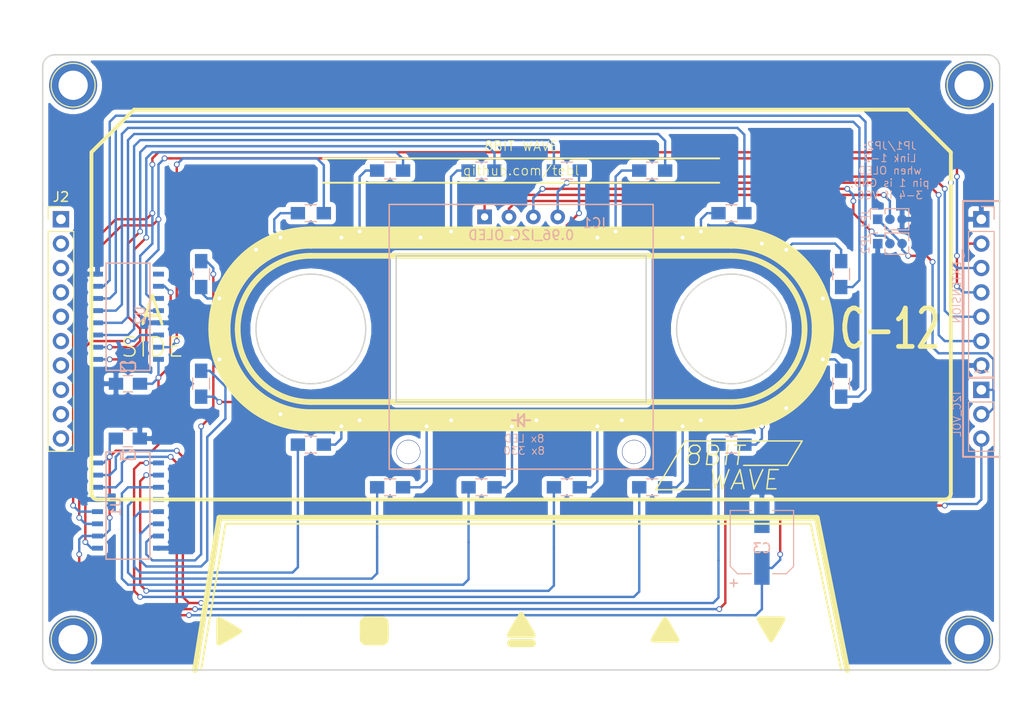
<source format=kicad_pcb>
(kicad_pcb (version 20171130) (host pcbnew "(5.1.8)-1")
  (layers (0 F.Cu signal) (31 B.Cu signal) (34 B.Paste user) (35 F.Paste user) (36 B.SilkS user) (37 F.SilkS user) (38 B.Mask user) (39 F.Mask user) (44 Edge.Cuts user))
  (net 0 "")
  (net 1 GND)
  (net 2 /SDA)
  (net 3 /SCL)
  (net 4 VCC)
  (net 5 +5V)
  (net 6 "Net-(D1-Pad2)")
  (net 7 "Net-(D2-Pad2)")
  (net 8 /SHIFT_DATA)
  (net 9 /SHIFT_CLOCK)
  (net 10 /SHIFT_LATCH)
  (net 11 "Net-(R1-Pad1)")
  (net 12 "Net-(R2-Pad1)")
  (net 13 "Net-(D3-Pad2)")
  (net 14 "Net-(D4-Pad2)")
  (net 15 "Net-(D5-Pad2)")
  (net 16 "Net-(D6-Pad2)")
  (net 17 "Net-(D7-Pad2)")
  (net 18 "Net-(D8-Pad2)")
  (net 19 "Net-(R3-Pad1)")
  (net 20 "Net-(R4-Pad1)")
  (net 21 "Net-(R5-Pad1)")
  (net 22 "Net-(R6-Pad1)")
  (net 23 "Net-(R7-Pad1)")
  (net 24 "Net-(R8-Pad1)")
  (net 25 "Net-(U1-Pad9)")
  (net 26 "Net-(D9-Pad2)")
  (net 27 "Net-(D10-Pad2)")
  (net 28 "Net-(D11-Pad2)")
  (net 29 "Net-(D12-Pad2)")
  (net 30 "Net-(D13-Pad2)")
  (net 31 "Net-(D14-Pad2)")
  (net 32 "Net-(D15-Pad2)")
  (net 33 "Net-(D16-Pad2)")
  (net 34 "Net-(R9-Pad1)")
  (net 35 "Net-(R10-Pad1)")
  (net 36 "Net-(R11-Pad1)")
  (net 37 "Net-(R12-Pad1)")
  (net 38 "Net-(R13-Pad1)")
  (net 39 "Net-(R14-Pad1)")
  (net 40 "Net-(R15-Pad1)")
  (net 41 "Net-(R16-Pad1)")
  (net 42 "Net-(IC1-Pad1)")
  (net 43 "Net-(IC1-Pad2)")
  (module Pin_Headers:Pin_Header_Straight_1x10_Pitch2.54mm (layer F.Cu) (at 72.39 95.25)
    (fp_text reference J2 (at 0 -2.33) (layer F.SilkS))
    (fp_text value SPI)
    (pad 10 thru_hole oval (at 0 22.86) (size 1.7 1.7) (drill 1) (layers *.Cu *.Mask))
    (pad 9 thru_hole oval (at 0 20.32) (size 1.7 1.7) (drill 1) (layers *.Cu *.Mask))
    (pad 8 thru_hole oval (at 0 17.78) (size 1.7 1.7) (drill 1) (layers *.Cu *.Mask))
    (pad 7 thru_hole oval (at 0 15.24) (size 1.7 1.7) (drill 1) (layers *.Cu *.Mask))
    (pad 6 thru_hole oval (at 0 12.7) (size 1.7 1.7) (drill 1) (layers *.Cu *.Mask))
    (pad 5 thru_hole oval (at 0 10.16) (size 1.7 1.7) (drill 1) (layers *.Cu *.Mask))
    (pad 4 thru_hole oval (at 0 7.62) (size 1.7 1.7) (drill 1) (layers *.Cu *.Mask))
    (pad 3 thru_hole oval (at 0 5.08) (size 1.7 1.7) (drill 1) (layers *.Cu *.Mask))
    (pad 2 thru_hole oval (at 0 2.54) (size 1.7 1.7) (drill 1) (layers *.Cu *.Mask))
    (pad 1 thru_hole rect (at 0 0) (size 1.7 1.7) (drill 1) (layers *.Cu *.Mask))
  )
  (module SMD_Packages:SO-16-N (layer B.Cu) (at 79.375 125.095 270)
    (fp_text reference U1 (at 0.127 1.27 270) (layer B.SilkS) (effects (justify mirror)))
    (fp_text value 74HC595_ALT)
    (pad 16 smd rect (at -4.445 3.175 270) (size 0.508 1.143) (layers B.Cu B.Paste B.Mask) (net 5 +5V))
    (pad 14 smd rect (at -1.905 3.175 270) (size 0.508 1.143) (layers B.Cu B.Paste B.Mask) (net 8 /SHIFT_DATA))
    (pad 13 smd rect (at -0.635 3.175 270) (size 0.508 1.143) (layers B.Cu B.Paste B.Mask) (net 1 GND))
    (pad 12 smd rect (at 0.635 3.175 270) (size 0.508 1.143) (layers B.Cu B.Paste B.Mask) (net 10 /SHIFT_LATCH))
    (pad 11 smd rect (at 1.905 3.175 270) (size 0.508 1.143) (layers B.Cu B.Paste B.Mask) (net 9 /SHIFT_CLOCK))
    (pad 10 smd rect (at 3.175 3.175 270) (size 0.508 1.143) (layers B.Cu B.Paste B.Mask) (net 5 +5V))
    (pad 9 smd rect (at 4.445 3.175 270) (size 0.508 1.143) (layers B.Cu B.Paste B.Mask) (net 25 "Net-(U1-Pad9)"))
    (pad 8 smd rect (at 4.445 -3.175 270) (size 0.508 1.143) (layers B.Cu B.Paste B.Mask) (net 1 GND))
    (pad 7 smd rect (at 3.175 -3.175 270) (size 0.508 1.143) (layers B.Cu B.Paste B.Mask) (net 24 "Net-(R8-Pad1)"))
    (pad 6 smd rect (at 1.905 -3.175 270) (size 0.508 1.143) (layers B.Cu B.Paste B.Mask) (net 23 "Net-(R7-Pad1)"))
    (pad 5 smd rect (at 0.635 -3.175 270) (size 0.508 1.143) (layers B.Cu B.Paste B.Mask) (net 22 "Net-(R6-Pad1)"))
    (pad 4 smd rect (at -0.635 -3.175 270) (size 0.508 1.143) (layers B.Cu B.Paste B.Mask) (net 21 "Net-(R5-Pad1)"))
    (pad 3 smd rect (at -1.905 -3.175 270) (size 0.508 1.143) (layers B.Cu B.Paste B.Mask) (net 20 "Net-(R4-Pad1)"))
    (pad 2 smd rect (at -3.175 -3.175 270) (size 0.508 1.143) (layers B.Cu B.Paste B.Mask) (net 19 "Net-(R3-Pad1)"))
    (pad 1 smd rect (at -4.445 -3.175 270) (size 0.508 1.143) (layers B.Cu B.Paste B.Mask) (net 12 "Net-(R2-Pad1)"))
    (pad 15 smd rect (at -3.175 3.175 270) (size 0.508 1.143) (layers B.Cu B.Paste B.Mask) (net 11 "Net-(R1-Pad1)"))
  )
  (module i2c_oled:0.96_I2C_OLED2 (layer F.Cu) (at 120.335 95)
    (fp_text reference IC1 (at 7.62 0.635) (layer B.SilkS) (effects (justify mirror)))
    (fp_text value 0.96_I2C_OLED (at 0 1.905) (layer B.SilkS) (effects (justify mirror)))
    (pad "" np_thru_hole circle (at 11.75 24.5) (size 2.5 2.5) (drill 2.4) (layers *.Cu *.Mask))
    (pad "" np_thru_hole circle (at -11.75 24.5) (size 2.5 2.5) (drill 2.4) (layers *.Cu *.Mask))
    (pad 1 thru_hole rect (at -3.81 0) (size 1.524 1.524) (drill 0.762) (layers *.Cu *.Mask) (net 42 "Net-(IC1-Pad1)"))
    (pad 2 thru_hole circle (at -1.27 0) (size 1.524 1.524) (drill 0.762) (layers *.Cu *.Mask) (net 43 "Net-(IC1-Pad2)"))
    (pad 3 thru_hole circle (at 1.27 0) (size 1.524 1.524) (drill 0.762) (layers *.Cu *.Mask) (net 3 /SCL))
    (pad 4 thru_hole circle (at 3.81 0) (size 1.524 1.524) (drill 0.762) (layers *.Cu *.Mask) (net 2 /SDA))
  )
  (module Pin_Headers:Pin_Header_Straight_1x07_Pitch2.54mm (layer B.Cu) (at 168.275 95.25 180)
    (fp_text reference J3 hide)
    (fp_text value EXTENSION (at 2.54 -7.62 270) (layer B.SilkS) (effects (font (size 0.8 0.8) (thickness 0.1)) (justify mirror)))
    (pad 1 thru_hole rect (at 0 0 180) (size 1.7 1.7) (drill 1) (layers *.Cu *.Mask) (net 1 GND))
    (pad 2 thru_hole oval (at 0 -2.54 180) (size 1.7 1.7) (drill 1) (layers *.Cu *.Mask) (net 8 /SHIFT_DATA))
    (pad 3 thru_hole oval (at 0 -5.08 180) (size 1.7 1.7) (drill 1) (layers *.Cu *.Mask) (net 9 /SHIFT_CLOCK))
    (pad 4 thru_hole oval (at 0 -7.62 180) (size 1.7 1.7) (drill 1) (layers *.Cu *.Mask) (net 10 /SHIFT_LATCH))
    (pad 5 thru_hole oval (at 0 -10.16 180) (size 1.7 1.7) (drill 1) (layers *.Cu *.Mask) (net 2 /SDA))
    (pad 6 thru_hole oval (at 0 -12.7 180) (size 1.7 1.7) (drill 1) (layers *.Cu *.Mask) (net 3 /SCL))
    (pad 7 thru_hole oval (at 0 -15.24 180) (size 1.7 1.7) (drill 1) (layers *.Cu *.Mask) (net 1 GND))
  )
  (module mounting:M3 (layer F.Cu) (at 73.66 139.065)
    (fp_text reference M1 hide)
    (fp_text value Mounting hide)
    (pad 1 thru_hole circle (at 0 0) (size 5 5) (drill 3.048) (layers *.Cu *.Mask))
  )
  (module mounting:M3 (layer F.Cu) (at 167.005 139.065)
    (fp_text reference M2 hide)
    (fp_text value Mounting hide)
    (pad 1 thru_hole circle (at 0 0) (size 5 5) (drill 3.048) (layers *.Cu *.Mask))
  )
  (module mounting:M3 (layer F.Cu) (at 167.005 81.28)
    (fp_text reference M3 hide)
    (fp_text value Mounting hide)
    (pad 1 thru_hole circle (at 0 0) (size 5 5) (drill 3.048) (layers *.Cu *.Mask))
  )
  (module mounting:M3 (layer F.Cu) (at 73.66 81.28)
    (fp_text reference M4 hide)
    (fp_text value Mounting hide)
    (pad 1 thru_hole circle (at 0 0) (size 5 5) (drill 3.048) (layers *.Cu *.Mask))
  )
  (module icons:play (layer F.Cu) (at 89.916 138.303)
    (fp_text reference G*** hide)
    (fp_text value LOGO hide)
  )
  (module icons:stop (layer F.Cu) (at 105.156 138.303)
    (fp_text reference G*** hide)
    (fp_text value LOGO hide)
  )
  (module icons:eject (layer F.Cu) (at 120.142 139.065)
    (fp_text reference G*** hide)
    (fp_text value LOGO hide)
  )
  (module Pin_Headers:Pin_Header_Straight_1x03_Pitch2.54mm (layer B.Cu) (at 168.275 113.03 180)
    (fp_text reference J1 (at 0 2.33 180) (layer B.SilkS) (effects (justify mirror)))
    (fp_text value I2C_VOL (at 2.54 -2.54 270) (layer B.SilkS) (effects (font (size 0.8 0.8) (thickness 0.1)) (justify mirror)))
    (pad 1 thru_hole rect (at 0 0 180) (size 1.7 1.7) (drill 1) (layers *.Cu *.Mask) (net 4 VCC))
    (pad 2 thru_hole oval (at 0 -2.54 180) (size 1.7 1.7) (drill 1) (layers *.Cu *.Mask) (net 4 VCC))
    (pad 3 thru_hole oval (at 0 -5.08 180) (size 1.7 1.7) (drill 1) (layers *.Cu *.Mask) (net 5 +5V))
  )
  (module icons:down (layer F.Cu) (at 146.177 136.398)
    (fp_text reference G*** hide)
    (fp_text value LOGO hide)
  )
  (module Capacitors_SMD:C_0805_HandSoldering (layer B.Cu) (at 79.355 118.11)
    (fp_text reference C1 (at 0 1.75) (layer B.SilkS) (effects (justify mirror)))
    (fp_text value 100nF)
    (pad 1 smd rect (at -1.25 0) (size 1.5 1.25) (layers B.Cu B.Paste B.Mask) (net 5 +5V))
    (pad 2 smd rect (at 1.25 0) (size 1.5 1.25) (layers B.Cu B.Paste B.Mask) (net 1 GND))
  )
  (module Capacitors_SMD:C_0805_HandSoldering (layer B.Cu) (at 79.375 112.395 180)
    (fp_text reference C2 (at 0 1.75 180) (layer B.SilkS) (effects (justify mirror)))
    (fp_text value 100nF)
    (pad 1 smd rect (at -1.25 0 180) (size 1.5 1.25) (layers B.Cu B.Paste B.Mask) (net 5 +5V))
    (pad 2 smd rect (at 1.25 0 180) (size 1.5 1.25) (layers B.Cu B.Paste B.Mask) (net 1 GND))
  )
  (module Capacitors_SMD:CP_Elec_6.3x5.3 (layer B.Cu) (at 145.415 128.905 90)
    (fp_text reference C3 (at -0.635 0) (layer B.SilkS) (effects (justify mirror)))
    (fp_text value 10uF)
    (fp_text user + (at -4.28 -3.01 270) (layer B.SilkS) (effects (justify mirror)))
    (pad 1 smd rect (at -2.7 0 270) (size 3.5 1.6) (layers B.Cu B.Paste B.Mask) (net 5 +5V))
    (pad 2 smd rect (at 2.7 0 270) (size 3.5 1.6) (layers B.Cu B.Paste B.Mask) (net 1 GND))
  )
  (module LEDs:LED_0805_HandSoldering (layer F.Cu) (at 142.24 116.205)
    (fp_text reference D1 hide)
    (fp_text value RED)
    (pad 1 smd rect (at -1.35 0) (size 1.5 1.3) (layers F.Cu F.Paste F.Mask) (net 1 GND))
    (pad 2 smd rect (at 1.35 0) (size 1.5 1.3) (layers F.Cu F.Paste F.Mask) (net 6 "Net-(D1-Pad2)"))
  )
  (module Resistors_SMD:R_0805_HandSoldering (layer B.Cu) (at 142.24 118.745)
    (fp_text reference R1 hide)
    (fp_text value 330)
    (pad 1 smd rect (at -1.35 0) (size 1.5 1.3) (layers B.Cu B.Paste B.Mask) (net 11 "Net-(R1-Pad1)"))
    (pad 2 smd rect (at 1.35 0) (size 1.5 1.3) (layers B.Cu B.Paste B.Mask) (net 6 "Net-(D1-Pad2)"))
  )
  (module Resistors_SMD:R_0805_HandSoldering (layer B.Cu) (at 133.985 123.19)
    (fp_text reference R2 hide)
    (fp_text value 330)
    (pad 1 smd rect (at -1.35 0) (size 1.5 1.3) (layers B.Cu B.Paste B.Mask) (net 12 "Net-(R2-Pad1)"))
    (pad 2 smd rect (at 1.35 0) (size 1.5 1.3) (layers B.Cu B.Paste B.Mask) (net 7 "Net-(D2-Pad2)"))
  )
  (module LEDs:LED_0805_HandSoldering (layer F.Cu) (at 133.985 116.205)
    (fp_text reference D2 hide)
    (fp_text value RED)
    (pad 1 smd rect (at -1.35 0) (size 1.5 1.3) (layers F.Cu F.Paste F.Mask) (net 1 GND))
    (pad 2 smd rect (at 1.35 0) (size 1.5 1.3) (layers F.Cu F.Paste F.Mask) (net 7 "Net-(D2-Pad2)"))
  )
  (module LEDs:LED_0805_HandSoldering (layer F.Cu) (at 125.095 116.205)
    (fp_text reference D3 hide)
    (fp_text value RED)
    (pad 1 smd rect (at -1.35 0) (size 1.5 1.3) (layers F.Cu F.Paste F.Mask) (net 1 GND))
    (pad 2 smd rect (at 1.35 0) (size 1.5 1.3) (layers F.Cu F.Paste F.Mask) (net 13 "Net-(D3-Pad2)"))
  )
  (module LEDs:LED_0805_HandSoldering (layer F.Cu) (at 116.205 116.205)
    (fp_text reference D4 hide)
    (fp_text value RED)
    (pad 1 smd rect (at -1.35 0) (size 1.5 1.3) (layers F.Cu F.Paste F.Mask) (net 1 GND))
    (pad 2 smd rect (at 1.35 0) (size 1.5 1.3) (layers F.Cu F.Paste F.Mask) (net 14 "Net-(D4-Pad2)"))
  )
  (module LEDs:LED_0805_HandSoldering (layer F.Cu) (at 106.68 116.205)
    (fp_text reference D5 hide)
    (fp_text value RED)
    (pad 1 smd rect (at -1.35 0) (size 1.5 1.3) (layers F.Cu F.Paste F.Mask) (net 1 GND))
    (pad 2 smd rect (at 1.35 0) (size 1.5 1.3) (layers F.Cu F.Paste F.Mask) (net 15 "Net-(D5-Pad2)"))
  )
  (module LEDs:LED_0805_HandSoldering (layer F.Cu) (at 98.425 116.205)
    (fp_text reference D6 hide)
    (fp_text value RED)
    (pad 1 smd rect (at -1.35 0) (size 1.5 1.3) (layers F.Cu F.Paste F.Mask) (net 1 GND))
    (pad 2 smd rect (at 1.35 0) (size 1.5 1.3) (layers F.Cu F.Paste F.Mask) (net 16 "Net-(D6-Pad2)"))
  )
  (module LEDs:LED_0805_HandSoldering (layer F.Cu) (at 90.805 112.395 310)
    (fp_text reference D7 hide)
    (fp_text value RED)
    (pad 1 smd rect (at -1.35 0 310) (size 1.5 1.3) (layers F.Cu F.Paste F.Mask) (net 1 GND))
    (pad 2 smd rect (at 1.35 0 310) (size 1.5 1.3) (layers F.Cu F.Paste F.Mask) (net 17 "Net-(D7-Pad2)"))
  )
  (module LEDs:LED_0805_HandSoldering (layer F.Cu) (at 90.805 100.965 230)
    (fp_text reference D8 hide)
    (fp_text value RED)
    (pad 1 smd rect (at -1.35 0 230) (size 1.5 1.3) (layers F.Cu F.Paste F.Mask) (net 1 GND))
    (pad 2 smd rect (at 1.35 0 230) (size 1.5 1.3) (layers F.Cu F.Paste F.Mask) (net 18 "Net-(D8-Pad2)"))
  )
  (module Resistors_SMD:R_0805_HandSoldering (layer B.Cu) (at 125.095 123.19)
    (fp_text reference R3 hide)
    (fp_text value 330)
    (pad 1 smd rect (at -1.35 0) (size 1.5 1.3) (layers B.Cu B.Paste B.Mask) (net 19 "Net-(R3-Pad1)"))
    (pad 2 smd rect (at 1.35 0) (size 1.5 1.3) (layers B.Cu B.Paste B.Mask) (net 13 "Net-(D3-Pad2)"))
  )
  (module Resistors_SMD:R_0805_HandSoldering (layer B.Cu) (at 116.205 123.19)
    (fp_text reference R4 hide)
    (fp_text value 330)
    (pad 1 smd rect (at -1.35 0) (size 1.5 1.3) (layers B.Cu B.Paste B.Mask) (net 20 "Net-(R4-Pad1)"))
    (pad 2 smd rect (at 1.35 0) (size 1.5 1.3) (layers B.Cu B.Paste B.Mask) (net 14 "Net-(D4-Pad2)"))
  )
  (module Resistors_SMD:R_0805_HandSoldering (layer B.Cu) (at 106.68 123.19)
    (fp_text reference R5 hide)
    (fp_text value 330)
    (pad 1 smd rect (at -1.35 0) (size 1.5 1.3) (layers B.Cu B.Paste B.Mask) (net 21 "Net-(R5-Pad1)"))
    (pad 2 smd rect (at 1.35 0) (size 1.5 1.3) (layers B.Cu B.Paste B.Mask) (net 15 "Net-(D5-Pad2)"))
  )
  (module Resistors_SMD:R_0805_HandSoldering (layer B.Cu) (at 98.425 118.745)
    (fp_text reference R6 hide)
    (fp_text value 330)
    (pad 1 smd rect (at -1.35 0) (size 1.5 1.3) (layers B.Cu B.Paste B.Mask) (net 22 "Net-(R6-Pad1)"))
    (pad 2 smd rect (at 1.35 0) (size 1.5 1.3) (layers B.Cu B.Paste B.Mask) (net 16 "Net-(D6-Pad2)"))
  )
  (module Resistors_SMD:R_0805_HandSoldering (layer B.Cu) (at 86.995 112.395 270)
    (fp_text reference R7 hide)
    (fp_text value 330)
    (pad 1 smd rect (at -1.35 0 270) (size 1.5 1.3) (layers B.Cu B.Paste B.Mask) (net 23 "Net-(R7-Pad1)"))
    (pad 2 smd rect (at 1.35 0 270) (size 1.5 1.3) (layers B.Cu B.Paste B.Mask) (net 17 "Net-(D7-Pad2)"))
  )
  (module Resistors_SMD:R_0805_HandSoldering (layer B.Cu) (at 86.995 100.965 270)
    (fp_text reference R8 hide)
    (fp_text value 330)
    (pad 1 smd rect (at -1.35 0 270) (size 1.5 1.3) (layers B.Cu B.Paste B.Mask) (net 24 "Net-(R8-Pad1)"))
    (pad 2 smd rect (at 1.35 0 270) (size 1.5 1.3) (layers B.Cu B.Paste B.Mask) (net 18 "Net-(D8-Pad2)"))
  )
  (module icons:logo (layer F.Cu) (at 141.986 119.888)
    (fp_text reference REF** hide)
    (fp_text value logo hide)
    (fp_text user WAVE (at 1.524 2.54) (layer F.SilkS) (effects (font (size 2 2) (thickness 0.15) italic)))
    (fp_text user 8BIT (at -1.524 0) (layer F.SilkS) (effects (font (size 2 2) (thickness 0.15) italic)))
  )
  (module icons:up (layer F.Cu) (at 135.128 139.573)
    (fp_text reference G*** hide)
    (fp_text value LOGO hide)
  )
  (module LEDs:LED_0805_HandSoldering (layer F.Cu) (at 98.425 97.155 180)
    (fp_text reference D9 hide)
    (fp_text value RED)
    (pad 1 smd rect (at -1.35 0 180) (size 1.5 1.3) (layers F.Cu F.Paste F.Mask) (net 1 GND))
    (pad 2 smd rect (at 1.35 0 180) (size 1.5 1.3) (layers F.Cu F.Paste F.Mask) (net 26 "Net-(D9-Pad2)"))
  )
  (module LEDs:LED_0805_HandSoldering (layer F.Cu) (at 106.68 97.155 180)
    (fp_text reference D10 hide)
    (fp_text value RED)
    (pad 1 smd rect (at -1.35 0 180) (size 1.5 1.3) (layers F.Cu F.Paste F.Mask) (net 1 GND))
    (pad 2 smd rect (at 1.35 0 180) (size 1.5 1.3) (layers F.Cu F.Paste F.Mask) (net 27 "Net-(D10-Pad2)"))
  )
  (module LEDs:LED_0805_HandSoldering (layer F.Cu) (at 116.205 97.155 180)
    (fp_text reference D11 hide)
    (fp_text value RED)
    (pad 1 smd rect (at -1.35 0 180) (size 1.5 1.3) (layers F.Cu F.Paste F.Mask) (net 1 GND))
    (pad 2 smd rect (at 1.35 0 180) (size 1.5 1.3) (layers F.Cu F.Paste F.Mask) (net 28 "Net-(D11-Pad2)"))
  )
  (module LEDs:LED_0805_HandSoldering (layer F.Cu) (at 125.095 97.155 180)
    (fp_text reference D12 hide)
    (fp_text value RED)
    (pad 1 smd rect (at -1.35 0 180) (size 1.5 1.3) (layers F.Cu F.Paste F.Mask) (net 1 GND))
    (pad 2 smd rect (at 1.35 0 180) (size 1.5 1.3) (layers F.Cu F.Paste F.Mask) (net 29 "Net-(D12-Pad2)"))
  )
  (module LEDs:LED_0805_HandSoldering (layer F.Cu) (at 133.985 97.155 180)
    (fp_text reference D13 hide)
    (fp_text value RED)
    (pad 1 smd rect (at -1.35 0 180) (size 1.5 1.3) (layers F.Cu F.Paste F.Mask) (net 1 GND))
    (pad 2 smd rect (at 1.35 0 180) (size 1.5 1.3) (layers F.Cu F.Paste F.Mask) (net 30 "Net-(D13-Pad2)"))
  )
  (module LEDs:LED_0805_HandSoldering (layer F.Cu) (at 142.24 97.155 180)
    (fp_text reference D14 hide)
    (fp_text value RED)
    (pad 1 smd rect (at -1.35 0 180) (size 1.5 1.3) (layers F.Cu F.Paste F.Mask) (net 1 GND))
    (pad 2 smd rect (at 1.35 0 180) (size 1.5 1.3) (layers F.Cu F.Paste F.Mask) (net 31 "Net-(D14-Pad2)"))
  )
  (module LEDs:LED_0805_HandSoldering (layer F.Cu) (at 149.86 100.965 130)
    (fp_text reference D15 hide)
    (fp_text value RED)
    (pad 1 smd rect (at -1.35 0 130) (size 1.5 1.3) (layers F.Cu F.Paste F.Mask) (net 1 GND))
    (pad 2 smd rect (at 1.35 0 130) (size 1.5 1.3) (layers F.Cu F.Paste F.Mask) (net 32 "Net-(D15-Pad2)"))
  )
  (module LEDs:LED_0805_HandSoldering (layer F.Cu) (at 149.86 112.395 40)
    (fp_text reference D16 hide)
    (fp_text value RED)
    (pad 1 smd rect (at -1.35 0 40) (size 1.5 1.3) (layers F.Cu F.Paste F.Mask) (net 1 GND))
    (pad 2 smd rect (at 1.35 0 40) (size 1.5 1.3) (layers F.Cu F.Paste F.Mask) (net 33 "Net-(D16-Pad2)"))
  )
  (module Resistors_SMD:R_0805_HandSoldering (layer B.Cu) (at 98.425 94.615 180)
    (fp_text reference R9 hide)
    (fp_text value 330)
    (pad 1 smd rect (at -1.35 0 180) (size 1.5 1.3) (layers B.Cu B.Paste B.Mask) (net 34 "Net-(R9-Pad1)"))
    (pad 2 smd rect (at 1.35 0 180) (size 1.5 1.3) (layers B.Cu B.Paste B.Mask) (net 26 "Net-(D9-Pad2)"))
  )
  (module Resistors_SMD:R_0805_HandSoldering (layer B.Cu) (at 106.68 90.17 180)
    (fp_text reference R10 hide)
    (fp_text value 330)
    (pad 1 smd rect (at -1.35 0 180) (size 1.5 1.3) (layers B.Cu B.Paste B.Mask) (net 35 "Net-(R10-Pad1)"))
    (pad 2 smd rect (at 1.35 0 180) (size 1.5 1.3) (layers B.Cu B.Paste B.Mask) (net 27 "Net-(D10-Pad2)"))
  )
  (module Resistors_SMD:R_0805_HandSoldering (layer B.Cu) (at 116.205 90.17 180)
    (fp_text reference R11 hide)
    (fp_text value 330)
    (pad 1 smd rect (at -1.35 0 180) (size 1.5 1.3) (layers B.Cu B.Paste B.Mask) (net 36 "Net-(R11-Pad1)"))
    (pad 2 smd rect (at 1.35 0 180) (size 1.5 1.3) (layers B.Cu B.Paste B.Mask) (net 28 "Net-(D11-Pad2)"))
  )
  (module Resistors_SMD:R_0805_HandSoldering (layer B.Cu) (at 125.095 90.17)
    (fp_text reference R12 hide)
    (fp_text value 330)
    (pad 1 smd rect (at -1.35 0) (size 1.5 1.3) (layers B.Cu B.Paste B.Mask) (net 37 "Net-(R12-Pad1)"))
    (pad 2 smd rect (at 1.35 0) (size 1.5 1.3) (layers B.Cu B.Paste B.Mask) (net 29 "Net-(D12-Pad2)"))
  )
  (module Resistors_SMD:R_0805_HandSoldering (layer B.Cu) (at 133.985 90.17 180)
    (fp_text reference R13 hide)
    (fp_text value 330)
    (pad 1 smd rect (at -1.35 0 180) (size 1.5 1.3) (layers B.Cu B.Paste B.Mask) (net 38 "Net-(R13-Pad1)"))
    (pad 2 smd rect (at 1.35 0 180) (size 1.5 1.3) (layers B.Cu B.Paste B.Mask) (net 30 "Net-(D13-Pad2)"))
  )
  (module Resistors_SMD:R_0805_HandSoldering (layer B.Cu) (at 142.24 94.615 180)
    (fp_text reference R14 hide)
    (fp_text value 330)
    (pad 1 smd rect (at -1.35 0 180) (size 1.5 1.3) (layers B.Cu B.Paste B.Mask) (net 39 "Net-(R14-Pad1)"))
    (pad 2 smd rect (at 1.35 0 180) (size 1.5 1.3) (layers B.Cu B.Paste B.Mask) (net 31 "Net-(D14-Pad2)"))
  )
  (module Resistors_SMD:R_0805_HandSoldering (layer B.Cu) (at 153.67 100.965 90)
    (fp_text reference R15 hide)
    (fp_text value 330)
    (pad 1 smd rect (at -1.35 0 90) (size 1.5 1.3) (layers B.Cu B.Paste B.Mask) (net 40 "Net-(R15-Pad1)"))
    (pad 2 smd rect (at 1.35 0 90) (size 1.5 1.3) (layers B.Cu B.Paste B.Mask) (net 32 "Net-(D15-Pad2)"))
  )
  (module Resistors_SMD:R_0805_HandSoldering (layer B.Cu) (at 153.67 112.395 90)
    (fp_text reference R16 hide)
    (fp_text value 330)
    (pad 1 smd rect (at -1.35 0 90) (size 1.5 1.3) (layers B.Cu B.Paste B.Mask) (net 41 "Net-(R16-Pad1)"))
    (pad 2 smd rect (at 1.35 0 90) (size 1.5 1.3) (layers B.Cu B.Paste B.Mask) (net 33 "Net-(D16-Pad2)"))
  )
  (module SMD_Packages:SO-16-N (layer B.Cu) (at 79.375 105.41 90)
    (fp_text reference U2 (at 0.127 1.27 90) (layer B.SilkS) (effects (justify mirror)))
    (fp_text value 74HC595_ALT)
    (pad 16 smd rect (at -4.445 3.175 90) (size 0.508 1.143) (layers B.Cu B.Paste B.Mask) (net 5 +5V))
    (pad 14 smd rect (at -1.905 3.175 90) (size 0.508 1.143) (layers B.Cu B.Paste B.Mask) (net 25 "Net-(U1-Pad9)"))
    (pad 13 smd rect (at -0.635 3.175 90) (size 0.508 1.143) (layers B.Cu B.Paste B.Mask) (net 1 GND))
    (pad 12 smd rect (at 0.635 3.175 90) (size 0.508 1.143) (layers B.Cu B.Paste B.Mask) (net 10 /SHIFT_LATCH))
    (pad 11 smd rect (at 1.905 3.175 90) (size 0.508 1.143) (layers B.Cu B.Paste B.Mask) (net 9 /SHIFT_CLOCK))
    (pad 10 smd rect (at 3.175 3.175 90) (size 0.508 1.143) (layers B.Cu B.Paste B.Mask) (net 5 +5V))
    (pad 9 smd rect (at 4.445 3.175 90) (size 0.508 1.143) (layers B.Cu B.Paste B.Mask))
    (pad 8 smd rect (at 4.445 -3.175 90) (size 0.508 1.143) (layers B.Cu B.Paste B.Mask) (net 1 GND))
    (pad 7 smd rect (at 3.175 -3.175 90) (size 0.508 1.143) (layers B.Cu B.Paste B.Mask) (net 41 "Net-(R16-Pad1)"))
    (pad 6 smd rect (at 1.905 -3.175 90) (size 0.508 1.143) (layers B.Cu B.Paste B.Mask) (net 40 "Net-(R15-Pad1)"))
    (pad 5 smd rect (at 0.635 -3.175 90) (size 0.508 1.143) (layers B.Cu B.Paste B.Mask) (net 39 "Net-(R14-Pad1)"))
    (pad 4 smd rect (at -0.635 -3.175 90) (size 0.508 1.143) (layers B.Cu B.Paste B.Mask) (net 38 "Net-(R13-Pad1)"))
    (pad 3 smd rect (at -1.905 -3.175 90) (size 0.508 1.143) (layers B.Cu B.Paste B.Mask) (net 37 "Net-(R12-Pad1)"))
    (pad 2 smd rect (at -3.175 -3.175 90) (size 0.508 1.143) (layers B.Cu B.Paste B.Mask) (net 36 "Net-(R11-Pad1)"))
    (pad 1 smd rect (at -4.445 -3.175 90) (size 0.508 1.143) (layers B.Cu B.Paste B.Mask) (net 35 "Net-(R10-Pad1)"))
    (pad 15 smd rect (at -3.175 3.175 90) (size 0.508 1.143) (layers B.Cu B.Paste B.Mask) (net 34 "Net-(R9-Pad1)"))
  )
  (module wire_pads:OLED_SEL (layer B.Cu) (at 157.48 95.25 270)
    (fp_text reference JP1 (at 0 1.27 270) (layer B.SilkS) (effects (font (size 0.8 0.8) (thickness 0.1)) (justify mirror)))
    (fp_text value PIN2_VCC)
    (pad 3 smd oval (at 0 -2.54 270) (size 1 1) (layers B.Cu B.Paste B.Mask) (net 1 GND))
    (pad 2 smd oval (at 0 -1.27 270) (size 1 1) (layers B.Cu B.Paste B.Mask) (net 43 "Net-(IC1-Pad2)"))
    (pad 1 smd rect (at 0 0 270) (size 1 1) (layers B.Cu B.Paste B.Mask) (net 4 VCC))
  )
  (module wire_pads:OLED_SEL (layer B.Cu) (at 157.48 97.79 270)
    (fp_text reference JP2 (at 0 1.27 90) (layer B.SilkS) (effects (font (size 0.8 0.8) (thickness 0.1)) (justify mirror)))
    (fp_text value PIN1_GND)
    (pad 1 smd rect (at 0 0 270) (size 1 1) (layers B.Cu B.Paste B.Mask) (net 1 GND))
    (pad 2 smd oval (at 0 -1.27 270) (size 1 1) (layers B.Cu B.Paste B.Mask) (net 42 "Net-(IC1-Pad1)"))
    (pad 3 smd oval (at 0 -2.54 270) (size 1 1) (layers B.Cu B.Paste B.Mask) (net 4 VCC))
  )
  (gr_text "JP1/JP2:\nLink 1-2\nwhen OLED\npin 1 is GND,\n3-4 if VCC" (at 158.75 90.17) (layer B.SilkS) (effects (font (size 0.8 0.8) (thickness 0.1)) (justify mirror)))
  (gr_text A (at 81.915 104.775) (layer F.SilkS) (effects (font (size 3 3) (thickness 0.3))))
  (gr_line (start 120.015 116.205) (end 119.38 116.205) (angle 90) (layer B.SilkS) (width 0.2))
  (gr_line (start 120.65 116.205) (end 121.285 116.205) (angle 90) (layer B.SilkS) (width 0.2))
  (gr_line (start 120.65 116.84) (end 120.015 116.205) (angle 90) (layer B.SilkS) (width 0.2))
  (gr_line (start 120.65 115.57) (end 120.65 116.84) (angle 90) (layer B.SilkS) (width 0.2))
  (gr_line (start 120.015 116.205) (end 120.65 115.57) (angle 90) (layer B.SilkS) (width 0.2))
  (gr_line (start 120.015 115.57) (end 120.015 116.84) (angle 90) (layer B.SilkS) (width 0.2))
  (gr_text "8x 330" (at 120.65 119.38) (layer B.SilkS) (effects (font (size 0.8 0.8) (thickness 0.1)) (justify mirror)))
  (gr_text "8x LED" (at 120.65 118.11) (layer B.SilkS) (effects (font (size 0.8 0.8) (thickness 0.1)) (justify mirror)))
  (gr_arc (start 98.425 106.68) (end 98.425 116.205) (angle 90) (layer F.SilkS) (width 2.3))
  (gr_arc (start 98.425 106.68) (end 88.9 106.68) (angle 90) (layer F.SilkS) (width 2.3))
  (gr_arc (start 142.24 106.68) (end 151.765 106.68) (angle 90) (layer F.SilkS) (width 2.3))
  (gr_arc (start 142.24 106.68) (end 142.24 97.155) (angle 90) (layer F.SilkS) (width 2.3))
  (gr_line (start 98.425 97.155) (end 142.24 97.155) (angle 90) (layer F.SilkS) (width 2.3))
  (gr_line (start 98.425 116.205) (end 142.24 116.205) (angle 90) (layer F.SilkS) (width 2.3))
  (gr_line (start 166.37 93.345) (end 170.18 93.345) (angle 90) (layer B.SilkS) (width 0.2))
  (gr_line (start 166.37 120.015) (end 166.37 93.345) (angle 90) (layer B.SilkS) (width 0.2))
  (gr_line (start 76.2 124.46) (end 164.465 124.46) (angle 90) (layer F.SilkS) (width 0.4))
  (gr_line (start 142.24 99.06) (end 98.425 99.06) (angle 90) (layer F.SilkS) (width 0.6))
  (gr_line (start 98.425 114.3) (end 142.24 114.3) (angle 90) (layer F.SilkS) (width 0.6))
  (gr_arc (start 98.425 106.68) (end 98.425 114.3) (angle 90) (layer F.SilkS) (width 0.6))
  (gr_circle (center 142.24 106.68) (end 142.24 100.965) (layer Edge.Cuts) (width 0.15))
  (gr_circle (center 98.425 106.68) (end 92.71 106.68) (layer Edge.Cuts) (width 0.15))
  (gr_text C-12 (at 158.75 106.68) (layer F.SilkS) (effects (font (size 4 2.5) (thickness 0.5))))
  (gr_text SIDE (at 81.915 108.585) (layer F.SilkS) (effects (font (size 2 2))))
  (gr_line (start 99.695 88.9) (end 140.97 88.9) (angle 90) (layer F.SilkS) (width 0.2))
  (gr_line (start 99.695 91.44) (end 140.97 91.44) (angle 90) (layer F.SilkS) (width 0.2))
  (gr_text github.com/tebl (at 120.3325 90.17) (layer F.SilkS) (effects (font (size 1 1) (thickness 0.1))))
  (gr_text "8BIT WAVE" (at 120.3325 87.63) (layer F.SilkS) (effects (font (size 1 1) (thickness 0.1))))
  (gr_line (start 153.67 142.24) (end 150.495 127) (angle 90) (layer F.SilkS) (width 0.2))
  (gr_line (start 86.995 142.24) (end 89.53 127) (angle 90) (layer F.SilkS) (width 0.2))
  (gr_line (start 150.495 127) (end 89.535 127) (angle 90) (layer F.SilkS) (width 0.2))
  (gr_arc (start 142.24 106.68) (end 142.24 99.06) (angle 90) (layer F.SilkS) (width 0.6))
  (gr_arc (start 142.24 106.68) (end 149.86 106.68) (angle 90) (layer F.SilkS) (width 0.6))
  (gr_arc (start 98.425 106.68) (end 90.805 106.68) (angle 90) (layer F.SilkS) (width 0.6))
  (gr_line (start 160.655 83.82) (end 80.01 83.82) (angle 90) (layer F.SilkS) (width 0.4))
  (gr_line (start 165.1 123.825) (end 165.1 88.265) (angle 90) (layer F.SilkS) (width 0.4))
  (gr_arc (start 164.465 123.825) (end 165.1 123.825) (angle 90) (layer F.SilkS) (width 0.4))
  (gr_line (start 75.565 123.825) (end 75.565 88.265) (angle 90) (layer F.SilkS) (width 0.4))
  (gr_arc (start 76.2 123.825) (end 76.2 124.46) (angle 90) (layer F.SilkS) (width 0.4))
  (gr_line (start 160.655 83.82) (end 165.1 88.265) (angle 90) (layer F.SilkS) (width 0.4))
  (gr_line (start 80.01 83.82) (end 75.565 88.265) (angle 90) (layer F.SilkS) (width 0.4))
  (gr_line (start 88.9 126.365) (end 151.13 126.365) (angle 90) (layer F.SilkS) (width 0.6))
  (gr_line (start 88.9 126.365) (end 86.36 142.24) (angle 90) (layer F.SilkS) (width 0.6))
  (gr_line (start 151.13 126.365) (end 154.305 142.24) (angle 90) (layer F.SilkS) (width 0.6))
  (gr_line (start 107.315 114.3) (end 107.315 99.06) (angle 90) (layer Edge.Cuts) (width 0.15))
  (gr_line (start 133.35 114.3) (end 107.315 114.3) (angle 90) (layer Edge.Cuts) (width 0.15))
  (gr_line (start 133.35 99.06) (end 133.35 114.3) (angle 90) (layer Edge.Cuts) (width 0.15))
  (gr_line (start 107.315 99.06) (end 133.35 99.06) (angle 90) (layer Edge.Cuts) (width 0.15))
  (gr_line (start 167.005 111.76) (end 169.545 111.76) (angle 90) (layer B.SilkS) (width 0.2))
  (gr_line (start 170.18 120.015) (end 166.37 120.015) (angle 90) (layer B.SilkS) (width 0.2))
  (gr_line (start 70.485 79.375) (end 70.485 140.97) (angle 90) (layer Edge.Cuts) (width 0.15))
  (gr_line (start 168.91 78.105) (end 71.755 78.105) (angle 90) (layer Edge.Cuts) (width 0.15))
  (gr_arc (start 71.755 79.375) (end 70.485 79.375) (angle 90) (layer Edge.Cuts) (width 0.15))
  (gr_arc (start 168.91 79.375) (end 168.91 78.105) (angle 90) (layer Edge.Cuts) (width 0.15))
  (gr_line (start 170.18 140.97) (end 170.18 79.375) (angle 90) (layer Edge.Cuts) (width 0.15))
  (gr_arc (start 168.91 140.97) (end 170.18 140.97) (angle 90) (layer Edge.Cuts) (width 0.15))
  (gr_line (start 71.755 142.24) (end 168.91 142.24) (angle 90) (layer Edge.Cuts) (width 0.15))
  (gr_arc (start 71.755 140.97) (end 71.755 142.24) (angle 90) (layer Edge.Cuts) (width 0.15))
  (via (at 130.81 116.205) (size 0.6) (drill 0.4) (layers F.Cu B.Cu) (net 1))
  (segment (start 132.635 116.205) (end 130.81 116.205) (width 0.25) (layer F.Cu) (net 1))
  (segment (start 91.672763 99.93084) (end 91.672763 99.462237) (width 0.25) (layer F.Cu) (net 1))
  (segment (start 91.672763 99.462237) (end 92.71 98.425) (width 0.25) (layer F.Cu) (net 1))
  (via (at 92.71 98.425) (size 0.6) (drill 0.4) (layers F.Cu B.Cu) (net 1))
  (segment (start 99.775 97.155) (end 101.6 97.155) (width 0.25) (layer F.Cu) (net 1))
  (via (at 101.6 97.155) (size 0.6) (drill 0.4) (layers F.Cu B.Cu) (net 1))
  (segment (start 89.937237 111.36084) (end 89.77084 111.36084) (width 0.25) (layer F.Cu) (net 1))
  (segment (start 89.77084 111.36084) (end 88.9 110.49) (width 0.25) (layer F.Cu) (net 1))
  (segment (start 88.9 110.49) (end 88.9 109.855) (width 0.25) (layer F.Cu) (net 1))
  (via (at 88.9 109.855) (size 0.6) (drill 0.4) (layers F.Cu B.Cu) (net 1))
  (segment (start 97.075 116.205) (end 95.885 116.205) (width 0.25) (layer F.Cu) (net 1))
  (via (at 95.25 115.57) (size 0.6) (drill 0.4) (layers F.Cu B.Cu) (net 1))
  (segment (start 95.885 116.205) (end 95.25 115.57) (width 0.25) (layer F.Cu) (net 1))
  (segment (start 108.03 97.155) (end 109.855 97.155) (width 0.25) (layer F.Cu) (net 1))
  (via (at 109.855 97.155) (size 0.6) (drill 0.4) (layers F.Cu B.Cu) (net 1))
  (segment (start 105.33 116.205) (end 103.505 116.205) (width 0.25) (layer F.Cu) (net 1))
  (via (at 103.505 116.205) (size 0.6) (drill 0.4) (layers F.Cu B.Cu) (net 1))
  (segment (start 114.855 116.205) (end 113.03 116.205) (width 0.25) (layer F.Cu) (net 1))
  (via (at 113.03 116.205) (size 0.6) (drill 0.4) (layers F.Cu B.Cu) (net 1))
  (segment (start 123.745 116.205) (end 121.92 116.205) (width 0.25) (layer F.Cu) (net 1))
  (via (at 121.92 116.205) (size 0.6) (drill 0.4) (layers F.Cu B.Cu) (net 1))
  (segment (start 117.555 97.155) (end 119.38 97.155) (width 0.25) (layer F.Cu) (net 1))
  (via (at 119.38 97.155) (size 0.6) (drill 0.4) (layers F.Cu B.Cu) (net 1))
  (segment (start 126.445 97.155) (end 128.27 97.155) (width 0.25) (layer F.Cu) (net 1))
  (via (at 128.27 97.155) (size 0.6) (drill 0.4) (layers F.Cu B.Cu) (net 1))
  (segment (start 135.335 97.155) (end 137.16 97.155) (width 0.25) (layer F.Cu) (net 1))
  (via (at 137.16 97.155) (size 0.6) (drill 0.4) (layers F.Cu B.Cu) (net 1))
  (segment (start 148.82584 113.262763) (end 148.82584 114.06416) (width 0.25) (layer F.Cu) (net 1))
  (segment (start 148.82584 114.06416) (end 147.955 114.935) (width 0.25) (layer F.Cu) (net 1))
  (via (at 147.955 114.935) (size 0.6) (drill 0.4) (layers F.Cu B.Cu) (net 1))
  (segment (start 143.59 97.155) (end 144.78 97.155) (width 0.25) (layer F.Cu) (net 1))
  (via (at 145.415 97.79) (size 0.6) (drill 0.4) (layers F.Cu B.Cu) (net 1))
  (segment (start 144.78 97.155) (end 145.415 97.79) (width 0.25) (layer F.Cu) (net 1))
  (segment (start 150.727763 101.99916) (end 150.89416 101.99916) (width 0.25) (layer F.Cu) (net 1))
  (segment (start 150.89416 101.99916) (end 151.765 102.87) (width 0.25) (layer F.Cu) (net 1))
  (segment (start 151.765 102.87) (end 151.765 103.505) (width 0.25) (layer F.Cu) (net 1))
  (via (at 151.765 103.505) (size 0.6) (drill 0.4) (layers F.Cu B.Cu) (net 1))
  (via (at 139.065 116.205) (size 0.6) (drill 0.4) (layers F.Cu B.Cu) (net 1))
  (segment (start 140.89 116.205) (end 139.065 116.205) (width 0.25) (layer F.Cu) (net 1))
  (segment (start 165.735 105.41) (end 165.1 105.41) (width 0.25) (layer B.Cu) (net 2))
  (via (at 164.465 92.075) (size 0.6) (drill 0.4) (layers F.Cu B.Cu) (net 2))
  (segment (start 164.465 104.775) (end 164.465 92.075) (width 0.25) (layer B.Cu) (net 2))
  (segment (start 165.1 105.41) (end 164.465 104.775) (width 0.25) (layer B.Cu) (net 2))
  (via (at 125.095 91.44) (size 0.6) (drill 0.4) (layers F.Cu B.Cu) (net 2))
  (segment (start 165.735 105.41) (end 168.275 105.41) (width 0.25) (layer B.Cu) (net 2))
  (segment (start 136.525 91.44) (end 125.095 91.44) (width 0.25) (layer F.Cu) (net 2))
  (segment (start 137.16 90.805) (end 136.525 91.44) (width 0.25) (layer F.Cu) (net 2))
  (segment (start 164.465 92.075) (end 163.195 90.805) (width 0.25) (layer F.Cu) (net 2))
  (segment (start 163.195 90.805) (end 137.16 90.805) (width 0.25) (layer F.Cu) (net 2))
  (segment (start 124.145 92.39) (end 125.095 91.44) (width 0.25) (layer B.Cu) (net 2))
  (segment (start 124.145 95) (end 124.145 92.39) (width 0.25) (layer B.Cu) (net 2))
  (via (at 163.83 92.71) (size 0.6) (drill 0.4) (layers F.Cu B.Cu) (net 3))
  (segment (start 165.735 107.95) (end 164.465 107.95) (width 0.25) (layer B.Cu) (net 3))
  (segment (start 163.83 107.315) (end 164.465 107.95) (width 0.25) (layer B.Cu) (net 3))
  (segment (start 163.83 107.315) (end 163.83 92.71) (width 0.25) (layer B.Cu) (net 3))
  (segment (start 121.605 93.98) (end 121.605 93.025) (width 0.25) (layer B.Cu) (net 3))
  (via (at 122.555 92.075) (size 0.6) (drill 0.4) (layers F.Cu B.Cu) (net 3))
  (segment (start 121.605 93.025) (end 122.555 92.075) (width 0.25) (layer B.Cu) (net 3))
  (segment (start 165.735 107.95) (end 168.275 107.95) (width 0.25) (layer B.Cu) (net 3))
  (segment (start 162.56 91.44) (end 163.83 92.71) (width 0.25) (layer F.Cu) (net 3))
  (segment (start 137.795 91.44) (end 162.56 91.44) (width 0.25) (layer F.Cu) (net 3))
  (segment (start 122.555 92.075) (end 137.16 92.075) (width 0.25) (layer F.Cu) (net 3))
  (segment (start 137.16 92.075) (end 137.795 91.44) (width 0.25) (layer F.Cu) (net 3))
  (segment (start 121.605 93.98) (end 121.605 95) (width 0.25) (layer B.Cu) (net 3))
  (segment (start 168.275 113.03) (end 169.545 113.03) (width 0.25) (layer B.Cu) (net 4))
  (segment (start 169.545 114.935) (end 168.91 115.57) (width 0.25) (layer B.Cu) (net 4))
  (segment (start 169.545 113.03) (end 169.545 114.935) (width 0.25) (layer B.Cu) (net 4))
  (segment (start 168.91 115.57) (end 168.275 115.57) (width 0.25) (layer B.Cu) (net 4))
  (segment (start 163.195 108.585) (end 163.83 109.22) (width 0.25) (layer B.Cu) (net 4))
  (segment (start 168.91 109.22) (end 169.545 109.855) (width 0.25) (layer B.Cu) (net 4))
  (segment (start 163.83 109.22) (end 168.91 109.22) (width 0.25) (layer B.Cu) (net 4))
  (segment (start 169.545 109.855) (end 169.545 113.03) (width 0.25) (layer B.Cu) (net 4))
  (segment (start 160.02 97.79) (end 160.02 98.425) (width 0.25) (layer B.Cu) (net 4))
  (via (at 160.655 99.06) (size 0.6) (drill 0.4) (layers F.Cu B.Cu) (net 4))
  (segment (start 160.02 98.425) (end 160.655 99.06) (width 0.25) (layer B.Cu) (net 4))
  (segment (start 160.655 99.06) (end 162.56 99.06) (width 0.25) (layer F.Cu) (net 4))
  (via (at 163.195 99.695) (size 0.6) (drill 0.4) (layers F.Cu B.Cu) (net 4))
  (segment (start 162.56 99.06) (end 163.195 99.695) (width 0.25) (layer F.Cu) (net 4))
  (segment (start 163.195 108.585) (end 163.195 99.695) (width 0.25) (layer B.Cu) (net 4))
  (segment (start 157.48 95.25) (end 159.520001 97.290001) (width 0.25) (layer B.Cu) (net 4))
  (segment (start 159.520001 97.290001) (end 160.02 97.79) (width 0.25) (layer B.Cu) (net 4))
  (segment (start 166.37 124.935) (end 164.625 124.935) (width 0.25) (layer B.Cu) (net 5))
  (segment (start 142.875 136.525) (end 97.155 136.525) (width 0.25) (layer B.Cu) (net 5))
  (via (at 85.725 136.525) (size 0.6) (drill 0.4) (layers F.Cu B.Cu) (net 5))
  (segment (start 164.465 125.095) (end 160.655 125.095) (width 0.25) (layer F.Cu) (net 5))
  (via (at 164.465 125.095) (size 0.6) (drill 0.4) (layers F.Cu B.Cu) (net 5))
  (segment (start 164.625 124.935) (end 164.465 125.095) (width 0.25) (layer B.Cu) (net 5))
  (segment (start 168.275 118.11) (end 168.275 124.46) (width 0.25) (layer B.Cu) (net 5))
  (segment (start 167.8 124.935) (end 166.37 124.935) (width 0.25) (layer B.Cu) (net 5))
  (segment (start 168.275 124.46) (end 167.8 124.935) (width 0.25) (layer B.Cu) (net 5))
  (segment (start 85.725 136.525) (end 97.155 136.525) (width 0.25) (layer B.Cu) (net 5))
  (segment (start 80.01 136.525) (end 85.725 136.525) (width 0.25) (layer F.Cu) (net 5))
  (segment (start 77.47 118.745) (end 78.105 118.11) (width 0.25) (layer B.Cu) (net 5))
  (segment (start 82.55 109.855) (end 82.55 111.76) (width 0.25) (layer B.Cu) (net 5))
  (segment (start 81.915 112.395) (end 80.625 112.395) (width 0.25) (layer B.Cu) (net 5))
  (segment (start 82.55 111.76) (end 81.915 112.395) (width 0.25) (layer B.Cu) (net 5))
  (segment (start 76.835 120.65) (end 77.47 120.015) (width 0.25) (layer B.Cu) (net 5))
  (segment (start 77.47 120.015) (end 77.47 118.745) (width 0.25) (layer B.Cu) (net 5))
  (segment (start 76.835 120.65) (end 76.2 120.65) (width 0.25) (layer B.Cu) (net 5))
  (via (at 74.295 130.175) (size 0.6) (drill 0.4) (layers F.Cu B.Cu) (net 5))
  (segment (start 74.295 130.175) (end 74.295 134.62) (width 0.25) (layer F.Cu) (net 5))
  (segment (start 76.2 136.525) (end 80.01 136.525) (width 0.25) (layer F.Cu) (net 5))
  (segment (start 74.295 134.62) (end 76.2 136.525) (width 0.25) (layer F.Cu) (net 5))
  (segment (start 74.639996 128.27) (end 75.3785 128.27) (width 0.25) (layer B.Cu) (net 5))
  (segment (start 75.3785 128.27) (end 76.2 128.27) (width 0.25) (layer B.Cu) (net 5))
  (segment (start 74.295 128.614996) (end 74.639996 128.27) (width 0.25) (layer B.Cu) (net 5))
  (segment (start 74.295 130.175) (end 74.295 128.614996) (width 0.25) (layer B.Cu) (net 5))
  (segment (start 76.2 128.27) (end 76.835 128.27) (width 0.25) (layer B.Cu) (net 5))
  (segment (start 76.835 128.27) (end 77.47 127.635) (width 0.25) (layer B.Cu) (net 5))
  (via (at 77.47 126.365) (size 0.6) (drill 0.4) (layers F.Cu B.Cu) (net 5))
  (segment (start 77.47 127.635) (end 77.47 126.365) (width 0.25) (layer B.Cu) (net 5))
  (via (at 77.47 120.015) (size 0.6) (drill 0.4) (layers F.Cu B.Cu) (net 5))
  (segment (start 77.47 126.365) (end 77.47 120.015) (width 0.25) (layer F.Cu) (net 5))
  (segment (start 77.47 120.015) (end 78.105 119.38) (width 0.25) (layer F.Cu) (net 5))
  (segment (start 78.105 119.38) (end 81.915 119.38) (width 0.25) (layer F.Cu) (net 5))
  (segment (start 81.915 119.38) (end 82.55 118.745) (width 0.25) (layer F.Cu) (net 5))
  (via (at 82.55 111.76) (size 0.6) (drill 0.4) (layers F.Cu B.Cu) (net 5))
  (segment (start 82.55 118.745) (end 82.55 111.76) (width 0.25) (layer F.Cu) (net 5))
  (segment (start 82.55 111.76) (end 83.82 110.49) (width 0.25) (layer F.Cu) (net 5))
  (via (at 83.82 102.87) (size 0.6) (drill 0.4) (layers F.Cu B.Cu) (net 5))
  (segment (start 83.82 110.49) (end 83.82 102.87) (width 0.25) (layer F.Cu) (net 5))
  (segment (start 83.82 102.87) (end 83.185 102.235) (width 0.25) (layer B.Cu) (net 5))
  (segment (start 83.185 102.235) (end 82.55 102.235) (width 0.25) (layer B.Cu) (net 5))
  (segment (start 145.415 135.89) (end 144.78 136.525) (width 0.25) (layer B.Cu) (net 5))
  (segment (start 142.875 136.525) (end 144.78 136.525) (width 0.25) (layer B.Cu) (net 5))
  (segment (start 145.415 131.605) (end 145.415 135.89) (width 0.25) (layer B.Cu) (net 5))
  (segment (start 147.32 130.75) (end 147.32 130.175) (width 0.25) (layer B.Cu) (net 5))
  (segment (start 145.415 131.605) (end 146.465 131.605) (width 0.25) (layer B.Cu) (net 5))
  (via (at 147.32 130.175) (size 0.6) (drill 0.4) (layers F.Cu B.Cu) (net 5))
  (segment (start 146.465 131.605) (end 147.32 130.75) (width 0.25) (layer B.Cu) (net 5))
  (segment (start 147.32 130.175) (end 147.32 125.73) (width 0.25) (layer F.Cu) (net 5))
  (segment (start 147.955 125.095) (end 160.655 125.095) (width 0.25) (layer F.Cu) (net 5))
  (segment (start 147.32 125.73) (end 147.955 125.095) (width 0.25) (layer F.Cu) (net 5))
  (segment (start 143.59 116.205) (end 144.78 116.205) (width 0.25) (layer F.Cu) (net 6))
  (segment (start 144.78 118.745) (end 143.59 118.745) (width 0.25) (layer B.Cu) (net 6))
  (segment (start 145.415 118.11) (end 144.78 118.745) (width 0.25) (layer B.Cu) (net 6))
  (segment (start 145.415 116.84) (end 145.415 118.11) (width 0.25) (layer B.Cu) (net 6))
  (via (at 145.415 116.84) (size 0.6) (drill 0.4) (layers F.Cu B.Cu) (net 6))
  (segment (start 144.78 116.205) (end 145.415 116.84) (width 0.25) (layer F.Cu) (net 6))
  (segment (start 135.335 116.205) (end 136.525 116.205) (width 0.25) (layer F.Cu) (net 7))
  (segment (start 136.525 123.19) (end 135.335 123.19) (width 0.25) (layer B.Cu) (net 7))
  (segment (start 137.16 122.555) (end 136.525 123.19) (width 0.25) (layer B.Cu) (net 7))
  (segment (start 137.16 116.84) (end 137.16 122.555) (width 0.25) (layer B.Cu) (net 7))
  (via (at 137.16 116.84) (size 0.6) (drill 0.4) (layers F.Cu B.Cu) (net 7))
  (segment (start 136.525 116.205) (end 137.16 116.84) (width 0.25) (layer F.Cu) (net 7))
  (segment (start 166.37 98.425) (end 167.005 97.79) (width 0.25) (layer F.Cu) (net 8))
  (segment (start 166.37 121.92) (end 166.37 98.425) (width 0.25) (layer F.Cu) (net 8))
  (segment (start 160.02 121.92) (end 166.37 121.92) (width 0.25) (layer F.Cu) (net 8))
  (segment (start 78.105 123.19) (end 78.74 122.555) (width 0.25) (layer B.Cu) (net 8))
  (segment (start 78.74 122.555) (end 78.74 120.65) (width 0.25) (layer B.Cu) (net 8))
  (segment (start 78.74 120.65) (end 79.375 120.015) (width 0.25) (layer B.Cu) (net 8))
  (segment (start 76.2 123.19) (end 78.105 123.19) (width 0.25) (layer B.Cu) (net 8))
  (via (at 86.36 135.89) (size 0.6) (drill 0.4) (layers F.Cu B.Cu) (net 8))
  (segment (start 167.005 97.79) (end 168.275 97.79) (width 0.25) (layer F.Cu) (net 8))
  (segment (start 92.075 135.89) (end 86.36 135.89) (width 0.25) (layer B.Cu) (net 8))
  (via (at 83.82 120.015) (size 0.6) (drill 0.4) (layers F.Cu B.Cu) (net 8))
  (segment (start 83.82 120.015) (end 79.375 120.015) (width 0.25) (layer B.Cu) (net 8))
  (segment (start 83.82 120.015) (end 84.455 120.65) (width 0.25) (layer F.Cu) (net 8))
  (segment (start 84.455 120.65) (end 84.455 135.255) (width 0.25) (layer F.Cu) (net 8))
  (segment (start 84.455 135.255) (end 85.09 135.89) (width 0.25) (layer F.Cu) (net 8))
  (segment (start 86.36 135.89) (end 85.09 135.89) (width 0.25) (layer F.Cu) (net 8))
  (segment (start 160.02 121.92) (end 142.24 121.92) (width 0.25) (layer F.Cu) (net 8))
  (segment (start 142.24 121.92) (end 141.605 122.555) (width 0.25) (layer F.Cu) (net 8))
  (segment (start 141.605 122.555) (end 141.605 135.255) (width 0.25) (layer F.Cu) (net 8))
  (segment (start 141.605 135.255) (end 140.97 135.89) (width 0.25) (layer F.Cu) (net 8))
  (via (at 140.97 135.89) (size 0.6) (drill 0.4) (layers F.Cu B.Cu) (net 8))
  (segment (start 140.97 135.89) (end 92.075 135.89) (width 0.25) (layer B.Cu) (net 8))
  (segment (start 165.1 99.695) (end 165.1 91.44) (width 0.25) (layer B.Cu) (net 9))
  (via (at 165.1 91.44) (size 0.6) (drill 0.4) (layers F.Cu B.Cu) (net 9))
  (segment (start 163.83 88.9) (end 164.465 88.9) (width 0.25) (layer F.Cu) (net 9))
  (segment (start 164.465 88.9) (end 165.1 89.535) (width 0.25) (layer F.Cu) (net 9))
  (segment (start 165.1 89.535) (end 165.1 91.44) (width 0.25) (layer F.Cu) (net 9))
  (segment (start 83.82 88.9) (end 163.83 88.9) (width 0.25) (layer F.Cu) (net 9))
  (segment (start 165.735 100.33) (end 168.275 100.33) (width 0.25) (layer B.Cu) (net 9))
  (segment (start 165.1 99.695) (end 165.735 100.33) (width 0.25) (layer B.Cu) (net 9))
  (segment (start 81.7285 103.505) (end 81.28 103.0565) (width 0.25) (layer B.Cu) (net 9))
  (segment (start 82.55 103.505) (end 81.7285 103.505) (width 0.25) (layer B.Cu) (net 9))
  (segment (start 81.28 103.0565) (end 81.28 99.695) (width 0.25) (layer B.Cu) (net 9))
  (segment (start 81.28 99.695) (end 82.55 98.425) (width 0.25) (layer B.Cu) (net 9))
  (segment (start 82.55 89.535) (end 83.185 88.9) (width 0.25) (layer B.Cu) (net 9))
  (segment (start 83.185 88.9) (end 83.82 88.9) (width 0.25) (layer F.Cu) (net 9))
  (segment (start 76.2 127) (end 75.3785 127) (width 0.25) (layer B.Cu) (net 9))
  (via (at 74.295 126.365) (size 0.6) (drill 0.4) (layers F.Cu B.Cu) (net 9))
  (segment (start 75.3785 127) (end 74.93 127) (width 0.25) (layer B.Cu) (net 9))
  (segment (start 74.93 127) (end 74.295 126.365) (width 0.25) (layer B.Cu) (net 9))
  (via (at 83.185 88.9) (size 0.6) (drill 0.4) (layers F.Cu B.Cu) (net 9))
  (via (at 82.55 95.25) (size 0.6) (drill 0.4) (layers F.Cu B.Cu) (net 9))
  (segment (start 82.55 98.425) (end 82.55 95.25) (width 0.25) (layer B.Cu) (net 9))
  (segment (start 82.55 95.25) (end 82.55 89.535) (width 0.25) (layer B.Cu) (net 9))
  (segment (start 82.55 95.25) (end 81.915 95.885) (width 0.25) (layer F.Cu) (net 9))
  (segment (start 74.295 126.365) (end 74.295 107.95) (width 0.25) (layer F.Cu) (net 9))
  (segment (start 74.295 107.95) (end 74.93 107.315) (width 0.25) (layer F.Cu) (net 9))
  (segment (start 74.93 107.315) (end 74.93 99.695) (width 0.25) (layer F.Cu) (net 9))
  (segment (start 74.93 99.695) (end 78.74 95.885) (width 0.25) (layer F.Cu) (net 9))
  (segment (start 81.915 95.885) (end 78.74 95.885) (width 0.25) (layer F.Cu) (net 9))
  (via (at 165.735 99.06) (size 0.6) (drill 0.4) (layers F.Cu B.Cu) (net 10))
  (via (at 165.735 90.805) (size 0.6) (drill 0.4) (layers F.Cu B.Cu) (net 10))
  (segment (start 165.735 99.06) (end 165.735 90.805) (width 0.25) (layer B.Cu) (net 10))
  (segment (start 164.465 88.265) (end 165.1 88.265) (width 0.25) (layer F.Cu) (net 10))
  (segment (start 165.1 88.265) (end 165.735 88.9) (width 0.25) (layer F.Cu) (net 10))
  (segment (start 165.735 88.9) (end 165.735 90.805) (width 0.25) (layer F.Cu) (net 10))
  (segment (start 164.465 88.265) (end 136.525 88.265) (width 0.25) (layer F.Cu) (net 10))
  (segment (start 83.185 88.265) (end 136.525 88.265) (width 0.25) (layer F.Cu) (net 10))
  (segment (start 166.37 102.87) (end 168.275 102.87) (width 0.25) (layer B.Cu) (net 10))
  (segment (start 165.735 102.235) (end 166.37 102.87) (width 0.25) (layer B.Cu) (net 10))
  (via (at 165.735 102.235) (size 0.6) (drill 0.4) (layers F.Cu B.Cu) (net 10))
  (segment (start 165.735 99.06) (end 165.735 102.235) (width 0.25) (layer F.Cu) (net 10))
  (segment (start 83.185 88.265) (end 82.55 88.265) (width 0.25) (layer F.Cu) (net 10))
  (via (at 81.915 89.535) (size 0.6) (drill 0.4) (layers F.Cu B.Cu) (net 10))
  (segment (start 82.55 88.265) (end 81.915 88.9) (width 0.25) (layer F.Cu) (net 10))
  (segment (start 81.915 88.9) (end 81.915 89.535) (width 0.25) (layer F.Cu) (net 10))
  (segment (start 81.915 97.79) (end 80.645 99.06) (width 0.25) (layer B.Cu) (net 10))
  (segment (start 80.645 99.06) (end 80.645 104.14) (width 0.25) (layer B.Cu) (net 10))
  (segment (start 80.645 104.14) (end 81.28 104.775) (width 0.25) (layer B.Cu) (net 10))
  (segment (start 81.28 104.775) (end 82.55 104.775) (width 0.25) (layer B.Cu) (net 10))
  (via (at 73.66 125.095) (size 0.6) (drill 0.4) (layers F.Cu B.Cu) (net 10))
  (segment (start 76.2 125.73) (end 74.295 125.73) (width 0.25) (layer B.Cu) (net 10))
  (segment (start 74.295 125.73) (end 73.66 125.095) (width 0.25) (layer B.Cu) (net 10))
  (segment (start 73.66 125.095) (end 73.66 107.315) (width 0.25) (layer F.Cu) (net 10))
  (segment (start 73.66 107.315) (end 74.295 106.68) (width 0.25) (layer F.Cu) (net 10))
  (segment (start 74.295 106.68) (end 74.295 99.06) (width 0.25) (layer F.Cu) (net 10))
  (segment (start 74.295 99.06) (end 78.105 95.25) (width 0.25) (layer F.Cu) (net 10))
  (segment (start 78.105 95.25) (end 81.28 95.25) (width 0.25) (layer F.Cu) (net 10))
  (via (at 81.915 94.615) (size 0.6) (drill 0.4) (layers F.Cu B.Cu) (net 10))
  (segment (start 81.28 95.25) (end 81.915 94.615) (width 0.25) (layer F.Cu) (net 10))
  (segment (start 81.915 89.535) (end 81.915 94.615) (width 0.25) (layer B.Cu) (net 10))
  (segment (start 81.915 94.615) (end 81.915 97.79) (width 0.25) (layer B.Cu) (net 10))
  (segment (start 77.47 121.92) (end 78.105 121.285) (width 0.25) (layer B.Cu) (net 11))
  (segment (start 76.2 121.92) (end 77.47 121.92) (width 0.25) (layer B.Cu) (net 11))
  (segment (start 78.105 121.285) (end 78.105 120.015) (width 0.25) (layer B.Cu) (net 11))
  (via (at 86.995 135.255) (size 0.6) (drill 0.4) (layers F.Cu B.Cu) (net 11))
  (segment (start 140.89 118.745) (end 140.89 130.81) (width 0.25) (layer B.Cu) (net 11))
  (segment (start 140.89 130.81) (end 140.89 130.89) (width 0.25) (layer B.Cu) (net 11))
  (segment (start 140.89 134.7) (end 140.89 130.81) (width 0.25) (layer B.Cu) (net 11))
  (segment (start 86.995 135.255) (end 140.335 135.255) (width 0.25) (layer B.Cu) (net 11))
  (segment (start 140.335 135.255) (end 140.89 134.7) (width 0.25) (layer B.Cu) (net 11))
  (via (at 84.455 119.38) (size 0.6) (drill 0.4) (layers F.Cu B.Cu) (net 11))
  (segment (start 83.185 119.38) (end 78.74 119.38) (width 0.25) (layer B.Cu) (net 11))
  (segment (start 78.74 119.38) (end 78.105 120.015) (width 0.25) (layer B.Cu) (net 11))
  (segment (start 85.725 135.255) (end 85.09 134.62) (width 0.25) (layer F.Cu) (net 11))
  (segment (start 86.995 135.255) (end 85.725 135.255) (width 0.25) (layer F.Cu) (net 11))
  (segment (start 85.09 134.62) (end 85.09 120.015) (width 0.25) (layer F.Cu) (net 11))
  (segment (start 85.09 120.015) (end 84.455 119.38) (width 0.25) (layer F.Cu) (net 11))
  (segment (start 83.185 119.38) (end 84.455 119.38) (width 0.25) (layer B.Cu) (net 11))
  (via (at 80.645 134.62) (size 0.6) (drill 0.4) (layers F.Cu B.Cu) (net 12))
  (segment (start 80.645 120.65) (end 80.01 121.285) (width 0.25) (layer F.Cu) (net 12))
  (segment (start 80.01 133.985) (end 80.01 121.285) (width 0.25) (layer F.Cu) (net 12))
  (segment (start 80.01 133.985) (end 80.645 134.62) (width 0.25) (layer F.Cu) (net 12))
  (via (at 81.28 120.65) (size 0.6) (drill 0.4) (layers F.Cu B.Cu) (net 12))
  (segment (start 80.645 120.65) (end 81.28 120.65) (width 0.25) (layer F.Cu) (net 12))
  (segment (start 82.55 120.65) (end 81.28 120.65) (width 0.25) (layer B.Cu) (net 12))
  (segment (start 132.635 123.19) (end 132.635 134.065) (width 0.25) (layer B.Cu) (net 12))
  (segment (start 132.635 134.065) (end 132.08 134.62) (width 0.25) (layer B.Cu) (net 12))
  (segment (start 132.08 134.62) (end 80.645 134.62) (width 0.25) (layer B.Cu) (net 12))
  (segment (start 126.445 116.205) (end 127.635 116.205) (width 0.25) (layer F.Cu) (net 13))
  (segment (start 127.635 123.19) (end 126.445 123.19) (width 0.25) (layer B.Cu) (net 13))
  (segment (start 128.27 122.555) (end 127.635 123.19) (width 0.25) (layer B.Cu) (net 13))
  (segment (start 128.27 116.84) (end 128.27 122.555) (width 0.25) (layer B.Cu) (net 13))
  (via (at 128.27 116.84) (size 0.6) (drill 0.4) (layers F.Cu B.Cu) (net 13))
  (segment (start 127.635 116.205) (end 128.27 116.84) (width 0.25) (layer F.Cu) (net 13))
  (segment (start 117.555 116.205) (end 118.745 116.205) (width 0.25) (layer F.Cu) (net 14))
  (segment (start 118.745 123.19) (end 117.555 123.19) (width 0.25) (layer B.Cu) (net 14))
  (segment (start 119.38 122.555) (end 118.745 123.19) (width 0.25) (layer B.Cu) (net 14))
  (segment (start 119.38 116.84) (end 119.38 122.555) (width 0.25) (layer B.Cu) (net 14))
  (via (at 119.38 116.84) (size 0.6) (drill 0.4) (layers F.Cu B.Cu) (net 14))
  (segment (start 118.745 116.205) (end 119.38 116.84) (width 0.25) (layer F.Cu) (net 14))
  (segment (start 108.03 116.205) (end 109.855 116.205) (width 0.25) (layer F.Cu) (net 15))
  (segment (start 109.855 123.19) (end 108.03 123.19) (width 0.25) (layer B.Cu) (net 15))
  (segment (start 110.49 122.555) (end 109.855 123.19) (width 0.25) (layer B.Cu) (net 15))
  (segment (start 110.49 116.84) (end 110.49 122.555) (width 0.25) (layer B.Cu) (net 15))
  (via (at 110.49 116.84) (size 0.6) (drill 0.4) (layers F.Cu B.Cu) (net 15))
  (segment (start 109.855 116.205) (end 110.49 116.84) (width 0.25) (layer F.Cu) (net 15))
  (segment (start 99.775 116.205) (end 100.965 116.205) (width 0.25) (layer F.Cu) (net 16))
  (segment (start 100.965 118.745) (end 99.775 118.745) (width 0.25) (layer B.Cu) (net 16))
  (segment (start 101.6 118.11) (end 100.965 118.745) (width 0.25) (layer B.Cu) (net 16))
  (segment (start 101.6 116.84) (end 101.6 118.11) (width 0.25) (layer B.Cu) (net 16))
  (via (at 101.6 116.84) (size 0.6) (drill 0.4) (layers F.Cu B.Cu) (net 16))
  (segment (start 100.965 116.205) (end 101.6 116.84) (width 0.25) (layer F.Cu) (net 16))
  (via (at 88.9 114.3) (size 0.6) (drill 0.4) (layers F.Cu B.Cu) (net 17))
  (segment (start 88.345 113.745) (end 88.9 114.3) (width 0.25) (layer B.Cu) (net 17))
  (segment (start 86.995 113.745) (end 88.345 113.745) (width 0.25) (layer B.Cu) (net 17))
  (segment (start 88.9 114.3) (end 90.805 114.3) (width 0.25) (layer F.Cu) (net 17))
  (segment (start 90.805 114.296923) (end 91.672763 113.42916) (width 0.25) (layer F.Cu) (net 17))
  (segment (start 90.805 114.3) (end 90.805 114.296923) (width 0.25) (layer F.Cu) (net 17))
  (segment (start 88.9 103.505) (end 87.63 103.505) (width 0.25) (layer B.Cu) (net 18))
  (segment (start 89.937237 102.467763) (end 88.9 103.505) (width 0.25) (layer F.Cu) (net 18))
  (via (at 88.9 103.505) (size 0.6) (drill 0.4) (layers F.Cu B.Cu) (net 18))
  (segment (start 87.63 103.505) (end 86.995 102.87) (width 0.25) (layer B.Cu) (net 18))
  (segment (start 86.995 102.87) (end 86.995 102.315) (width 0.25) (layer B.Cu) (net 18))
  (segment (start 89.937237 101.99916) (end 89.937237 102.467763) (width 0.25) (layer F.Cu) (net 18))
  (segment (start 81.28 121.92) (end 80.645 122.555) (width 0.25) (layer F.Cu) (net 19))
  (via (at 81.28 133.985) (size 0.6) (drill 0.4) (layers F.Cu B.Cu) (net 19))
  (segment (start 80.645 133.35) (end 81.28 133.985) (width 0.25) (layer F.Cu) (net 19))
  (segment (start 80.645 122.555) (end 80.645 133.35) (width 0.25) (layer F.Cu) (net 19))
  (via (at 81.28 121.92) (size 0.6) (drill 0.4) (layers F.Cu B.Cu) (net 19))
  (segment (start 123.745 129.54) (end 123.745 133.43) (width 0.25) (layer B.Cu) (net 19))
  (segment (start 123.745 133.43) (end 123.19 133.985) (width 0.25) (layer B.Cu) (net 19))
  (segment (start 123.745 129.54) (end 123.745 123.19) (width 0.25) (layer B.Cu) (net 19))
  (segment (start 81.28 121.92) (end 82.55 121.92) (width 0.25) (layer B.Cu) (net 19))
  (segment (start 81.28 133.985) (end 123.19 133.985) (width 0.25) (layer B.Cu) (net 19))
  (segment (start 114.855 128.905) (end 114.855 132.795) (width 0.25) (layer B.Cu) (net 20))
  (segment (start 79.375 123.19) (end 82.55 123.19) (width 0.25) (layer B.Cu) (net 20))
  (segment (start 78.74 123.825) (end 79.375 123.19) (width 0.25) (layer B.Cu) (net 20))
  (segment (start 114.855 132.795) (end 114.3 133.35) (width 0.25) (layer B.Cu) (net 20))
  (segment (start 114.855 128.985) (end 114.855 128.905) (width 0.25) (layer B.Cu) (net 20))
  (segment (start 114.855 128.905) (end 114.855 123.19) (width 0.25) (layer B.Cu) (net 20))
  (segment (start 79.375 133.35) (end 78.74 132.715) (width 0.25) (layer B.Cu) (net 20))
  (segment (start 78.74 132.715) (end 78.74 123.825) (width 0.25) (layer B.Cu) (net 20))
  (segment (start 114.3 133.35) (end 79.375 133.35) (width 0.25) (layer B.Cu) (net 20))
  (segment (start 105.33 128.27) (end 105.33 132.16) (width 0.25) (layer B.Cu) (net 21))
  (segment (start 105.33 132.16) (end 104.775 132.715) (width 0.25) (layer B.Cu) (net 21))
  (segment (start 105.33 128.27) (end 105.33 128.35) (width 0.25) (layer B.Cu) (net 21))
  (segment (start 79.375 125.095) (end 80.01 124.46) (width 0.25) (layer B.Cu) (net 21))
  (segment (start 79.375 132.08) (end 79.375 125.095) (width 0.25) (layer B.Cu) (net 21))
  (segment (start 80.01 124.46) (end 82.55 124.46) (width 0.25) (layer B.Cu) (net 21))
  (segment (start 105.33 123.19) (end 105.33 128.27) (width 0.25) (layer B.Cu) (net 21))
  (segment (start 80.01 132.715) (end 79.375 132.08) (width 0.25) (layer B.Cu) (net 21))
  (segment (start 104.775 132.715) (end 80.01 132.715) (width 0.25) (layer B.Cu) (net 21))
  (segment (start 80.645 125.73) (end 82.55 125.73) (width 0.25) (layer B.Cu) (net 22))
  (segment (start 80.01 126.365) (end 80.645 125.73) (width 0.25) (layer B.Cu) (net 22))
  (segment (start 97.075 131.525) (end 96.52 132.08) (width 0.25) (layer B.Cu) (net 22))
  (segment (start 97.075 118.745) (end 97.075 131.525) (width 0.25) (layer B.Cu) (net 22))
  (segment (start 80.645 132.08) (end 80.01 131.445) (width 0.25) (layer B.Cu) (net 22))
  (segment (start 80.01 131.445) (end 80.01 126.365) (width 0.25) (layer B.Cu) (net 22))
  (segment (start 96.52 132.08) (end 80.645 132.08) (width 0.25) (layer B.Cu) (net 22))
  (segment (start 86.995 131.445) (end 81.28 131.445) (width 0.25) (layer B.Cu) (net 23))
  (segment (start 86.995 111.045) (end 87.895 111.045) (width 0.25) (layer B.Cu) (net 23))
  (segment (start 81.28 131.445) (end 80.645 130.81) (width 0.25) (layer B.Cu) (net 23))
  (segment (start 80.645 130.81) (end 80.645 128.0835) (width 0.25) (layer B.Cu) (net 23))
  (segment (start 81.7285 127) (end 82.55 127) (width 0.25) (layer B.Cu) (net 23))
  (segment (start 89.525002 116.048744) (end 87.63 117.943746) (width 0.25) (layer B.Cu) (net 23))
  (segment (start 80.645 128.0835) (end 81.7285 127) (width 0.25) (layer B.Cu) (net 23))
  (segment (start 87.63 130.81) (end 86.995 131.445) (width 0.25) (layer B.Cu) (net 23))
  (segment (start 87.63 117.943746) (end 87.63 130.81) (width 0.25) (layer B.Cu) (net 23))
  (segment (start 89.525002 112.675002) (end 89.525002 116.048744) (width 0.25) (layer B.Cu) (net 23))
  (segment (start 87.895 111.045) (end 89.525002 112.675002) (width 0.25) (layer B.Cu) (net 23))
  (segment (start 86.995 99.615) (end 87.55 99.615) (width 0.25) (layer B.Cu) (net 24))
  (segment (start 87.55 99.615) (end 88.265 100.33) (width 0.25) (layer B.Cu) (net 24))
  (via (at 88.265 100.965) (size 0.6) (drill 0.4) (layers F.Cu B.Cu) (net 24))
  (segment (start 88.265 100.33) (end 88.265 100.965) (width 0.25) (layer B.Cu) (net 24))
  (segment (start 88.265 100.965) (end 88.265 115.57) (width 0.25) (layer F.Cu) (net 24))
  (segment (start 88.265 115.57) (end 87.63 116.205) (width 0.25) (layer F.Cu) (net 24))
  (via (at 86.995 116.84) (size 0.6) (drill 0.4) (layers F.Cu B.Cu) (net 24))
  (segment (start 87.63 116.205) (end 86.995 116.84) (width 0.25) (layer F.Cu) (net 24))
  (segment (start 86.36 130.81) (end 86.995 130.175) (width 0.25) (layer B.Cu) (net 24))
  (segment (start 82.55 128.27) (end 81.915 128.27) (width 0.25) (layer B.Cu) (net 24))
  (segment (start 81.915 130.81) (end 86.36 130.81) (width 0.25) (layer B.Cu) (net 24))
  (segment (start 81.28 130.175) (end 81.915 130.81) (width 0.25) (layer B.Cu) (net 24))
  (segment (start 81.28 128.905) (end 81.28 130.175) (width 0.25) (layer B.Cu) (net 24))
  (segment (start 81.915 128.27) (end 81.28 128.905) (width 0.25) (layer B.Cu) (net 24))
  (segment (start 86.995 116.84) (end 86.995 130.175) (width 0.25) (layer B.Cu) (net 24))
  (segment (start 76.2 129.54) (end 75.565 129.54) (width 0.25) (layer B.Cu) (net 25))
  (via (at 74.93 128.905) (size 0.6) (drill 0.4) (layers F.Cu B.Cu) (net 25))
  (segment (start 75.565 129.54) (end 74.93 128.905) (width 0.25) (layer B.Cu) (net 25))
  (segment (start 74.93 128.905) (end 74.93 108.585) (width 0.25) (layer F.Cu) (net 25))
  (segment (start 74.93 108.585) (end 75.565 107.95) (width 0.25) (layer F.Cu) (net 25))
  (via (at 79.375 107.95) (size 0.6) (drill 0.4) (layers F.Cu B.Cu) (net 25))
  (segment (start 75.565 107.95) (end 79.375 107.95) (width 0.25) (layer F.Cu) (net 25))
  (segment (start 79.375 107.95) (end 80.01 107.95) (width 0.25) (layer B.Cu) (net 25))
  (segment (start 80.645 107.315) (end 82.55 107.315) (width 0.25) (layer B.Cu) (net 25))
  (segment (start 80.01 107.95) (end 80.645 107.315) (width 0.25) (layer B.Cu) (net 25))
  (segment (start 97.075 97.155) (end 95.25 97.155) (width 0.25) (layer F.Cu) (net 26))
  (segment (start 95.25 94.615) (end 97.075 94.615) (width 0.25) (layer B.Cu) (net 26))
  (segment (start 94.615 95.25) (end 95.25 94.615) (width 0.25) (layer B.Cu) (net 26))
  (segment (start 94.615 96.52) (end 94.615 95.25) (width 0.25) (layer B.Cu) (net 26))
  (segment (start 95.25 97.155) (end 94.615 96.52) (width 0.25) (layer B.Cu) (net 26))
  (via (at 95.25 97.155) (size 0.6) (drill 0.4) (layers F.Cu B.Cu) (net 26))
  (segment (start 105.33 97.155) (end 104.14 97.155) (width 0.25) (layer F.Cu) (net 27))
  (segment (start 104.14 90.17) (end 105.33 90.17) (width 0.25) (layer B.Cu) (net 27))
  (segment (start 103.505 90.805) (end 104.14 90.17) (width 0.25) (layer B.Cu) (net 27))
  (segment (start 103.505 96.52) (end 103.505 90.805) (width 0.25) (layer B.Cu) (net 27))
  (via (at 103.505 96.52) (size 0.6) (drill 0.4) (layers F.Cu B.Cu) (net 27))
  (segment (start 104.14 97.155) (end 103.505 96.52) (width 0.25) (layer F.Cu) (net 27))
  (segment (start 114.855 97.155) (end 113.665 97.155) (width 0.25) (layer F.Cu) (net 28))
  (segment (start 113.665 90.17) (end 114.855 90.17) (width 0.25) (layer B.Cu) (net 28))
  (segment (start 113.03 90.805) (end 113.665 90.17) (width 0.25) (layer B.Cu) (net 28))
  (segment (start 113.03 96.52) (end 113.03 90.805) (width 0.25) (layer B.Cu) (net 28))
  (via (at 113.03 96.52) (size 0.6) (drill 0.4) (layers F.Cu B.Cu) (net 28))
  (segment (start 113.665 97.155) (end 113.03 96.52) (width 0.25) (layer F.Cu) (net 28))
  (segment (start 126.365 90.25) (end 126.365 92.71) (width 0.25) (layer B.Cu) (net 29))
  (segment (start 126.365 94.615) (end 126.365 92.71) (width 0.25) (layer B.Cu) (net 29))
  (segment (start 126.365 90.25) (end 126.445 90.17) (width 0.25) (layer B.Cu) (net 29))
  (segment (start 124.745 97.155) (end 125.095 96.805) (width 0.25) (layer F.Cu) (net 29))
  (segment (start 123.745 97.155) (end 124.745 97.155) (width 0.25) (layer F.Cu) (net 29))
  (segment (start 125.095 96.805) (end 125.095 95.885) (width 0.25) (layer F.Cu) (net 29))
  (via (at 126.365 94.615) (size 0.6) (drill 0.4) (layers F.Cu B.Cu) (net 29))
  (segment (start 125.095 95.885) (end 126.365 94.615) (width 0.25) (layer F.Cu) (net 29))
  (segment (start 132.635 97.155) (end 130.81 97.155) (width 0.25) (layer F.Cu) (net 30))
  (segment (start 130.81 90.17) (end 132.635 90.17) (width 0.25) (layer B.Cu) (net 30))
  (segment (start 130.175 90.805) (end 130.81 90.17) (width 0.25) (layer B.Cu) (net 30))
  (segment (start 130.175 96.52) (end 130.175 90.805) (width 0.25) (layer B.Cu) (net 30))
  (via (at 130.175 96.52) (size 0.6) (drill 0.4) (layers F.Cu B.Cu) (net 30))
  (segment (start 130.81 97.155) (end 130.175 96.52) (width 0.25) (layer F.Cu) (net 30))
  (segment (start 140.89 97.155) (end 139.7 97.155) (width 0.25) (layer F.Cu) (net 31))
  (segment (start 139.7 94.615) (end 140.89 94.615) (width 0.25) (layer B.Cu) (net 31))
  (segment (start 139.065 95.25) (end 139.7 94.615) (width 0.25) (layer B.Cu) (net 31))
  (segment (start 139.065 96.52) (end 139.065 95.25) (width 0.25) (layer B.Cu) (net 31))
  (via (at 139.065 96.52) (size 0.6) (drill 0.4) (layers F.Cu B.Cu) (net 31))
  (segment (start 139.7 97.155) (end 139.065 96.52) (width 0.25) (layer F.Cu) (net 31))
  (segment (start 148.992237 99.93084) (end 148.82584 99.93084) (width 0.25) (layer F.Cu) (net 32))
  (segment (start 148.82584 99.93084) (end 147.955 99.06) (width 0.25) (layer F.Cu) (net 32))
  (segment (start 147.955 99.06) (end 147.955 98.425) (width 0.25) (layer F.Cu) (net 32))
  (via (at 147.955 98.425) (size 0.6) (drill 0.4) (layers F.Cu B.Cu) (net 32))
  (segment (start 147.955 98.425) (end 148.59 97.79) (width 0.25) (layer B.Cu) (net 32))
  (segment (start 148.59 97.79) (end 153.035 97.79) (width 0.25) (layer B.Cu) (net 32))
  (segment (start 153.035 97.79) (end 153.67 98.425) (width 0.25) (layer B.Cu) (net 32))
  (segment (start 153.67 98.425) (end 153.67 99.615) (width 0.25) (layer B.Cu) (net 32))
  (segment (start 150.89416 111.527237) (end 150.89416 110.72584) (width 0.25) (layer F.Cu) (net 33))
  (segment (start 150.89416 110.72584) (end 151.765 109.855) (width 0.25) (layer F.Cu) (net 33))
  (via (at 151.765 109.855) (size 0.6) (drill 0.4) (layers F.Cu B.Cu) (net 33))
  (segment (start 151.765 109.855) (end 153.035 109.855) (width 0.25) (layer B.Cu) (net 33))
  (segment (start 153.035 109.855) (end 153.67 110.49) (width 0.25) (layer B.Cu) (net 33))
  (segment (start 153.67 110.49) (end 153.67 111.045) (width 0.25) (layer B.Cu) (net 33))
  (segment (start 99.775 89.615) (end 99.06 88.9) (width 0.25) (layer B.Cu) (net 34))
  (segment (start 99.775 94.615) (end 99.775 89.615) (width 0.25) (layer B.Cu) (net 34))
  (segment (start 99.06 88.9) (end 85.725 88.9) (width 0.25) (layer B.Cu) (net 34))
  (via (at 84.455 107.95) (size 0.6) (drill 0.4) (layers F.Cu B.Cu) (net 34))
  (segment (start 83.82 108.585) (end 84.455 107.95) (width 0.25) (layer B.Cu) (net 34))
  (segment (start 82.55 108.585) (end 83.82 108.585) (width 0.25) (layer B.Cu) (net 34))
  (via (at 84.455 89.535) (size 0.6) (drill 0.4) (layers F.Cu B.Cu) (net 34))
  (segment (start 84.455 107.95) (end 84.455 89.535) (width 0.25) (layer F.Cu) (net 34))
  (segment (start 84.455 89.535) (end 85.09 88.9) (width 0.25) (layer B.Cu) (net 34))
  (segment (start 85.09 88.9) (end 85.725 88.9) (width 0.25) (layer B.Cu) (net 34))
  (via (at 77.47 109.855) (size 0.6) (drill 0.4) (layers F.Cu B.Cu) (net 35))
  (segment (start 77.47 109.855) (end 80.645 109.855) (width 0.25) (layer F.Cu) (net 35))
  (segment (start 81.28 109.22) (end 80.645 109.855) (width 0.25) (layer F.Cu) (net 35))
  (segment (start 108.03 90.17) (end 108.03 88.98) (width 0.25) (layer B.Cu) (net 35))
  (segment (start 77.47 109.855) (end 76.2 109.855) (width 0.25) (layer B.Cu) (net 35))
  (segment (start 108.03 88.98) (end 107.315 88.265) (width 0.25) (layer B.Cu) (net 35))
  (segment (start 81.28 88.9) (end 81.915 88.265) (width 0.25) (layer B.Cu) (net 35))
  (segment (start 107.315 88.265) (end 81.915 88.265) (width 0.25) (layer B.Cu) (net 35))
  (via (at 81.28 97.155) (size 0.6) (drill 0.4) (layers F.Cu B.Cu) (net 35))
  (segment (start 81.28 97.155) (end 81.28 88.9) (width 0.25) (layer B.Cu) (net 35))
  (segment (start 81.28 97.155) (end 80.01 98.425) (width 0.25) (layer F.Cu) (net 35))
  (segment (start 80.01 98.425) (end 80.01 104.775) (width 0.25) (layer F.Cu) (net 35))
  (segment (start 80.01 104.775) (end 81.28 106.045) (width 0.25) (layer F.Cu) (net 35))
  (segment (start 81.28 109.22) (end 81.28 106.045) (width 0.25) (layer F.Cu) (net 35))
  (via (at 77.47 108.585) (size 0.6) (drill 0.4) (layers F.Cu B.Cu) (net 36))
  (segment (start 76.2 108.585) (end 77.47 108.585) (width 0.25) (layer B.Cu) (net 36))
  (segment (start 117.555 88.345) (end 117.555 90.17) (width 0.25) (layer B.Cu) (net 36))
  (segment (start 116.84 87.63) (end 117.555 88.345) (width 0.25) (layer B.Cu) (net 36))
  (segment (start 80.645 88.265) (end 81.28 87.63) (width 0.25) (layer B.Cu) (net 36))
  (segment (start 81.28 87.63) (end 116.84 87.63) (width 0.25) (layer B.Cu) (net 36))
  (via (at 80.645 96.52) (size 0.6) (drill 0.4) (layers F.Cu B.Cu) (net 36))
  (segment (start 80.645 96.52) (end 80.645 88.265) (width 0.25) (layer B.Cu) (net 36))
  (segment (start 80.01 108.585) (end 80.645 107.95) (width 0.25) (layer F.Cu) (net 36))
  (segment (start 79.375 97.79) (end 80.645 96.52) (width 0.25) (layer F.Cu) (net 36))
  (segment (start 80.645 106.68) (end 79.375 105.41) (width 0.25) (layer F.Cu) (net 36))
  (segment (start 77.47 108.585) (end 80.01 108.585) (width 0.25) (layer F.Cu) (net 36))
  (segment (start 80.645 107.95) (end 80.645 106.68) (width 0.25) (layer F.Cu) (net 36))
  (segment (start 79.375 105.41) (end 79.375 97.79) (width 0.25) (layer F.Cu) (net 36))
  (segment (start 123.745 87.55) (end 123.745 90.17) (width 0.25) (layer B.Cu) (net 37))
  (segment (start 123.19 86.995) (end 123.745 87.55) (width 0.25) (layer B.Cu) (net 37))
  (segment (start 80.01 87.63) (end 80.645 86.995) (width 0.25) (layer B.Cu) (net 37))
  (segment (start 76.2 107.315) (end 79.375 107.315) (width 0.25) (layer B.Cu) (net 37))
  (segment (start 80.645 86.995) (end 123.19 86.995) (width 0.25) (layer B.Cu) (net 37))
  (segment (start 79.375 107.315) (end 80.01 106.68) (width 0.25) (layer B.Cu) (net 37))
  (segment (start 80.01 106.68) (end 80.01 87.63) (width 0.25) (layer B.Cu) (net 37))
  (segment (start 135.335 90.17) (end 135.335 87.075) (width 0.25) (layer B.Cu) (net 38))
  (segment (start 78.74 106.045) (end 76.2 106.045) (width 0.25) (layer B.Cu) (net 38))
  (segment (start 135.335 87.075) (end 134.62 86.36) (width 0.25) (layer B.Cu) (net 38))
  (segment (start 78.74 106.045) (end 79.375 105.41) (width 0.25) (layer B.Cu) (net 38))
  (segment (start 79.375 86.995) (end 80.01 86.36) (width 0.25) (layer B.Cu) (net 38))
  (segment (start 134.62 86.36) (end 80.01 86.36) (width 0.25) (layer B.Cu) (net 38))
  (segment (start 79.375 105.41) (end 79.375 86.995) (width 0.25) (layer B.Cu) (net 38))
  (segment (start 76.2 104.775) (end 78.105 104.775) (width 0.25) (layer B.Cu) (net 39))
  (segment (start 143.59 86.44) (end 143.59 94.615) (width 0.25) (layer B.Cu) (net 39))
  (segment (start 142.875 85.725) (end 143.59 86.44) (width 0.25) (layer B.Cu) (net 39))
  (segment (start 78.105 104.775) (end 78.74 104.14) (width 0.25) (layer B.Cu) (net 39))
  (segment (start 78.74 86.36) (end 79.375 85.725) (width 0.25) (layer B.Cu) (net 39))
  (segment (start 79.375 85.725) (end 142.875 85.725) (width 0.25) (layer B.Cu) (net 39))
  (segment (start 78.74 104.14) (end 78.74 86.36) (width 0.25) (layer B.Cu) (net 39))
  (segment (start 153.67 102.315) (end 154.86 102.315) (width 0.25) (layer B.Cu) (net 40))
  (segment (start 77.47 103.505) (end 76.2 103.505) (width 0.25) (layer B.Cu) (net 40))
  (segment (start 78.105 102.87) (end 77.47 103.505) (width 0.25) (layer B.Cu) (net 40))
  (segment (start 155.575 85.725) (end 154.94 85.09) (width 0.25) (layer B.Cu) (net 40))
  (segment (start 155.575 101.6) (end 155.575 85.725) (width 0.25) (layer B.Cu) (net 40))
  (segment (start 154.86 102.315) (end 155.575 101.6) (width 0.25) (layer B.Cu) (net 40))
  (segment (start 78.105 85.725) (end 78.74 85.09) (width 0.25) (layer B.Cu) (net 40))
  (segment (start 154.94 85.09) (end 78.74 85.09) (width 0.25) (layer B.Cu) (net 40))
  (segment (start 78.105 102.87) (end 78.105 85.725) (width 0.25) (layer B.Cu) (net 40))
  (segment (start 155.495 113.745) (end 153.67 113.745) (width 0.25) (layer B.Cu) (net 41))
  (segment (start 156.21 113.03) (end 155.495 113.745) (width 0.25) (layer B.Cu) (net 41))
  (segment (start 156.21 85.09) (end 156.21 113.03) (width 0.25) (layer B.Cu) (net 41))
  (segment (start 155.575 84.455) (end 156.21 85.09) (width 0.25) (layer B.Cu) (net 41))
  (segment (start 77.47 85.09) (end 78.105 84.455) (width 0.25) (layer B.Cu) (net 41))
  (segment (start 76.2 102.235) (end 76.835 102.235) (width 0.25) (layer B.Cu) (net 41))
  (segment (start 76.835 102.235) (end 77.47 101.6) (width 0.25) (layer B.Cu) (net 41))
  (segment (start 78.105 84.455) (end 155.575 84.455) (width 0.25) (layer B.Cu) (net 41))
  (segment (start 77.47 101.6) (end 77.47 85.09) (width 0.25) (layer B.Cu) (net 41))
  (segment (start 157.289999 96.964999) (end 156.845 96.52) (width 0.25) (layer B.Cu) (net 42))
  (segment (start 158.240001 96.964999) (end 157.289999 96.964999) (width 0.25) (layer B.Cu) (net 42))
  (via (at 156.845 96.52) (size 0.6) (drill 0.4) (layers F.Cu B.Cu) (net 42))
  (segment (start 158.75 97.79) (end 158.75 97.474998) (width 0.25) (layer B.Cu) (net 42))
  (segment (start 158.75 97.474998) (end 158.240001 96.964999) (width 0.25) (layer B.Cu) (net 42))
  (segment (start 156.845 96.52) (end 154.94 94.615) (width 0.25) (layer F.Cu) (net 42))
  (via (at 154.94 93.345) (size 0.6) (drill 0.4) (layers F.Cu B.Cu) (net 42))
  (segment (start 154.94 94.615) (end 154.94 93.345) (width 0.25) (layer F.Cu) (net 42))
  (via (at 154.305 92.075) (size 0.6) (drill 0.4) (layers F.Cu B.Cu) (net 42))
  (segment (start 154.94 93.345) (end 154.94 92.71) (width 0.25) (layer B.Cu) (net 42))
  (segment (start 154.94 92.71) (end 154.305 92.075) (width 0.25) (layer B.Cu) (net 42))
  (segment (start 137.795 92.71) (end 117.418 92.71) (width 0.25) (layer F.Cu) (net 42))
  (segment (start 117.418 92.71) (end 116.525 93.603) (width 0.25) (layer F.Cu) (net 42))
  (segment (start 154.305 92.075) (end 138.43 92.075) (width 0.25) (layer F.Cu) (net 42))
  (segment (start 116.525 93.603) (end 116.525 94.615) (width 0.25) (layer F.Cu) (net 42))
  (segment (start 138.43 92.075) (end 137.795 92.71) (width 0.25) (layer F.Cu) (net 42))
  (segment (start 138.43 93.345) (end 139.065 92.71) (width 0.25) (layer F.Cu) (net 43))
  (segment (start 119.8575 93.345) (end 138.43 93.345) (width 0.25) (layer F.Cu) (net 43))
  (segment (start 119.065 94.615) (end 119.065 94.1375) (width 0.25) (layer F.Cu) (net 43))
  (segment (start 119.065 94.1375) (end 119.8575 93.345) (width 0.25) (layer F.Cu) (net 43))
  (via (at 158.115 92.71) (size 0.6) (drill 0.4) (layers F.Cu B.Cu) (net 43))
  (segment (start 158.75 95.25) (end 158.75 93.345) (width 0.25) (layer B.Cu) (net 43))
  (segment (start 158.75 93.345) (end 158.115 92.71) (width 0.25) (layer B.Cu) (net 43))
  (segment (start 158.115 92.71) (end 139.065 92.71) (width 0.25) (layer F.Cu) (net 43))
  (zone (net 1) (net_name GND) (layer B.Cu) (connect_pads (clearance 0.508)) (min_thickness 0.254) (fill yes (arc_segments 16) (thermal_gap 0.508) (thermal_bridge_width 0.508))
    (polygon (pts (xy 66.04 72.39) (xy 172.72 72.39) (xy 172.72 147.955) (xy 66.04 147.955)))
  )
  (zone (net 0) (net_name "") (layer B.Cu) (connect_pads (clearance 0.508)) (min_thickness 0.254)
    (keepout (tracks allowed) (vias allowed) (copperpour not_allowed))
    (fill (arc_segments 16) (thermal_gap 0.508) (thermal_bridge_width 0.508))
    (polygon (pts (xy 86.36 142.24) (xy 88.9 126.365) (xy 151.13 126.365) (xy 154.305 142.24)))
  )
)
</source>
